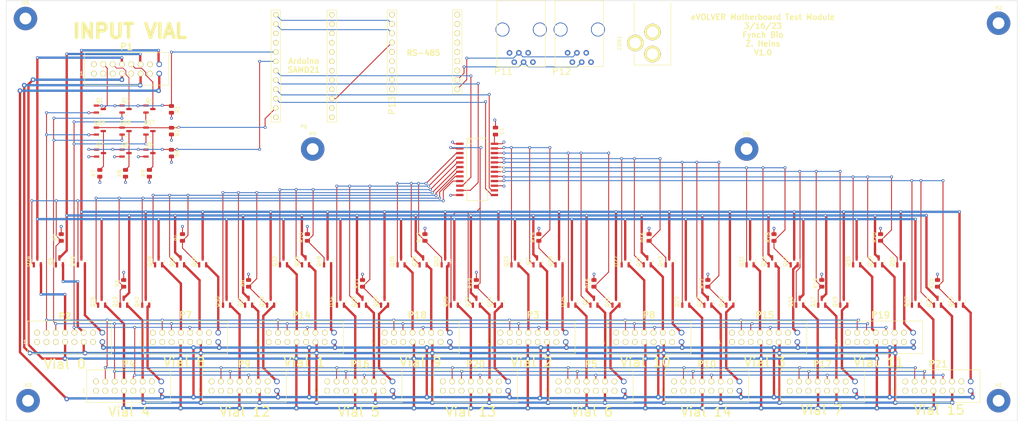
<source format=kicad_pcb>
(kicad_pcb (version 20211014) (generator pcbnew)
  (layers (0 "F.Cu" signal) (1 "In1.Cu" signal) (2 "In2.Cu" signal) (31 "B.Cu" signal) (34 "B.Paste" user) (35 "F.Paste" user) (36 "B.SilkS" user "B.Silkscreen") (37 "F.SilkS" user "F.Silkscreen") (38 "B.Mask" user) (39 "F.Mask" user) (44 "Edge.Cuts" user))
  (net 0 "")
  (net 1 "+5V")
  (net 2 "GND")
  (net 5 "+3V3")
  (net 6 "/PD135-")
  (net 7 "/PD90+")
  (net 8 "/LED+")
  (net 9 "/LED-")
  (net 10 "/PD90-")
  (net 11 "/TS-")
  (net 12 "/HTR+")
  (net 13 "/HTR-")
  (net 16 "/FAN+")
  (net 17 "/FAN-")
  (net 20 "/SEL_PD135-")
  (net 21 "/SEL_PD90-")
  (net 22 "/LED-0")
  (net 27 "/SEL_TS-")
  (net 28 "/HTR-0")
  (net 29 "/FAN-0")
  (net 30 "/LED-8")
  (net 31 "/HTR-8")
  (net 32 "/FAN-8")
  (net 33 "/LED-1")
  (net 34 "/HTR-1")
  (net 37 "/FAN-1")
  (net 38 "/LED-9")
  (net 41 "/HTR-9")
  (net 42 "/FAN-9")
  (net 43 "/VIAL_SEL")
  (net 44 "/S0")
  (net 45 "/S1")
  (net 46 "/S2")
  (net 47 "/S3")
  (net 48 "/LED-2")
  (net 51 "/HTR-2")
  (net 52 "/FAN-2")
  (net 55 "/LED-10")
  (net 56 "/HTR-10")
  (net 57 "/FAN-10")
  (net 58 "/LED-3")
  (net 59 "/HTR-3")
  (net 60 "/FAN-3")
  (net 61 "/LED-11")
  (net 64 "/HTR-11")
  (net 65 "/FAN-11")
  (net 66 "/TX")
  (net 67 "/RX")
  (net 68 "/RST")
  (net 70 "/LED-4")
  (net 72 "/SAM_SEL")
  (net 74 "/HTR-4")
  (net 76 "/FAN-4")
  (net 80 "/LED-12")
  (net 81 "/HTR-12")
  (net 82 "/FAN-12")
  (net 83 "/LED-5")
  (net 84 "/HTR-5")
  (net 85 "/FAN-5")
  (net 86 "/LED-13")
  (net 87 "/HTR-13")
  (net 90 "/FAN-13")
  (net 91 "/LED-6")
  (net 94 "/HTR-6")
  (net 95 "/FAN-6")
  (net 96 "/LED-14")
  (net 97 "/HTR-14")
  (net 98 "/FAN-14")
  (net 99 "/LED-7")
  (net 100 "/HTR-7")
  (net 101 "/FAN-7")
  (net 104 "/LED-15")
  (net 105 "/HTR-15")
  (net 108 "/FAN-15")
  (net 109 "/Y8")
  (net 110 "/Y0")
  (net 111 "/Y9")
  (net 112 "/Y1")
  (net 113 "/Y10")
  (net 114 "/Y2")
  (net 115 "/Y11")
  (net 118 "/Y3")
  (net 119 "/Y12")
  (net 122 "/Y4")
  (net 123 "/Y13")
  (net 124 "/Y5")
  (net 125 "/Y14")
  (net 126 "/Y6")
  (net 127 "/Y15")
  (net 128 "/Y7")
  (net 131 "/B")
  (net 134 "/A")
  (net 140 "/UC_D12")
  (net 183 "/VIAL_SEL_0")
  (net 185 "/D-PD135-")
  (net 186 "/D-PD90-")
  (net 187 "/D-TS-")
  (footprint "Resistor_SMD:R_0805_2012Metric" (layer "F.Cu") (at 74 109 90)
    (fp_text reference "R6")
    (fp_text value "10k")
  )
  (footprint "Package_TO_SOT_SMD:SOT-23" (layer "F.Cu") (at 216.5 103 90)
    (fp_text reference "Q15")
    (fp_text value "AO3400A")
  )
  (footprint "Package_TO_SOT_SMD:SOT-23" (layer "F.Cu") (at 261.5 114 90)
    (fp_text reference "Q21")
    (fp_text value "AO3400A")
  )
  (footprint "Package_TO_SOT_SMD:SOT-23" (layer "F.Cu") (at 121.5 103 90)
    (fp_text reference "Q20")
    (fp_text value "AO3400A")
  )
  (footprint "Package_TO_SOT_SMD:SOT-23" (layer "F.Cu") (at 182.5 103 90)
    (fp_text reference "Q11")
    (fp_text value "AO3400A")
  )
  (footprint "Package_TO_SOT_SMD:SOT-23" (layer "F.Cu") (at 251.5 103 90)
    (fp_text reference "Q51")
    (fp_text value "AO3400A")
  )
  (footprint "Package_TO_SOT_SMD:SOT-23" (layer "F.Cu") (at 22.5 103 90)
    (fp_text reference "Q8")
    (fp_text value "AO3400A")
  )
  (footprint "Package_TO_SOT_SMD:SOT-23" (layer "F.Cu") (at 47 73.5)
    (fp_text reference "Q6")
    (fp_text value "AO3400A")
  )
  (footprint "Package_TO_SOT_SMD:SOT-23" (layer "F.Cu") (at 222.5 103 90)
    (fp_text reference "Q47")
    (fp_text value "AO3400A")
  )
  (footprint "Resistor_SMD:R_0805_2012Metric" (layer "F.Cu") (at 122 96.5 90)
    (fp_text reference "R12")
    (fp_text value "10k")
  )
  (footprint "mods_mb:RS485" (layer "F.Cu") (at 121.92 45.92)
    (fp_text reference "P13")
    (fp_text value "CONN_02X09" hide)
  )
  (footprint "Package_TO_SOT_SMD:SOT-23" (layer "F.Cu") (at 146.5 103 90)
    (fp_text reference "Q23")
    (fp_text value "AO3400A")
  )
  (footprint "Resistor_SMD:R_0805_2012Metric" (layer "F.Cu") (at 136 109 90)
    (fp_text reference "R13")
    (fp_text value "10k")
  )
  (footprint "Resistor_SMD:R_0805_2012Metric" (layer "F.Cu") (at 153 96.5 90)
    (fp_text reference "R14")
    (fp_text value "10k")
  )
  (footprint "mods:2x8_pin_10in" (layer "F.Cu") (at 214.474308 123.6994)
    (fp_text reference "P15")
    (fp_text value "CONN_02X08" hide)
  )
  (footprint "MountingHole:MountingHole_3.2mm_M3_Pad" (layer "F.Cu") (at 13.97 140.97)
    (fp_text reference "H3")
    (fp_text value "MountingHole_Pad")
  )
  (footprint "Package_TO_SOT_SMD:SOT-23" (layer "F.Cu") (at 47 61.5)
    (fp_text reference "Q4")
    (fp_text value "AO3400A")
  )
  (footprint "Package_TO_SOT_SMD:SOT-23" (layer "F.Cu") (at 89.5 103 90)
    (fp_text reference "Q16")
    (fp_text value "AO3400A")
  )
  (footprint "Package_TO_SOT_SMD:SOT-23" (layer "F.Cu") (at 28.5 103 90)
    (fp_text reference "Q40")
    (fp_text value "AO3400A")
  )
  (footprint "Package_TO_SOT_SMD:SOT-23" (layer "F.Cu") (at 33.5625 73.5)
    (fp_text reference "Q2")
    (fp_text value "AO3400A")
  )
  (footprint "Package_TO_SOT_SMD:SOT-23" (layer "F.Cu") (at 55.5 103 90)
    (fp_text reference "Q12")
    (fp_text value "AO3400A")
  )
  (footprint "Resistor_SMD:R_0805_2012Metric" (layer "F.Cu") (at 230 109 90)
    (fp_text reference "R19")
    (fp_text value "10k")
  )
  (footprint "Resistor_SMD:R_0805_2012Metric" (layer "F.Cu") (at 168 109 90)
    (fp_text reference "R15")
    (fp_text value "10k")
  )
  (footprint "Package_TO_SOT_SMD:SOT-23" (layer "F.Cu") (at 142 114 90)
    (fp_text reference "Q54")
    (fp_text value "AO3400A")
  )
  (footprint "Package_TO_SOT_SMD:SOT-23" (layer "F.Cu") (at 236 114 90)
    (fp_text reference "Q49")
    (fp_text value "AO3400A")
  )
  (footprint "Resistor_SMD:R_0805_2012Metric" (layer "F.Cu") (at 246 96.5 90)
    (fp_text reference "R20")
    (fp_text value "10k")
  )
  (footprint "mods:2x8_pin_10in" (layer "F.Cu") (at 72.8218 137)
    (fp_text reference "P9")
    (fp_text value "CONN_02X08" hide)
  )
  (footprint "Resistor_SMD:R_0805_2012Metric" (layer "F.Cu") (at 199 109 90)
    (fp_text reference "R17")
    (fp_text value "10k")
  )
  (footprint "Package_TO_SOT_SMD:SOT-23" (layer "F.Cu") (at 230 114 90)
    (fp_text reference "Q17")
    (fp_text value "AO3400A")
  )
  (footprint "mods:2x8_pin_10in" (layer "F.Cu") (at 246 123.6994)
    (fp_text reference "P19")
    (fp_text value "CONN_02X08" hide)
  )
  (footprint "mods:2x8_pin_10in" (layer "F.Cu") (at 119.897238 123.6994)
    (fp_text reference "P18")
    (fp_text value "CONN_02X08" hide)
  )
  (footprint "Package_TO_SOT_SMD:SOT-23" (layer "F.Cu") (at 33.5 67.5)
    (fp_text reference "Q55")
    (fp_text value "AO3400A")
  )
  (footprint "Package_TO_SOT_SMD:SOT-23" (layer "F.Cu") (at 210.5 103 90)
    (fp_text reference "Q31")
    (fp_text value "AO3400A")
  )
  (footprint "Resistor_SMD:R_0805_2012Metric" (layer "F.Cu") (at 53 67.5 -90)
    (fp_text reference "R22")
    (fp_text value "10k")
  )
  (footprint "Package_TO_SOT_SMD:SOT-23" (layer "F.Cu") (at 205 114 90)
    (fp_text reference "Q45")
    (fp_text value "AO3400A")
  )
  (footprint "Resistor_SMD:R_0805_2012Metric" (layer "F.Cu") (at 53 61.5875 -90)
    (fp_text reference "R1")
    (fp_text value "10k")
  )
  (footprint "Package_TO_SOT_SMD:SOT-23" (layer "F.Cu") (at 176.5 103 90)
    (fp_text reference "Q27")
    (fp_text value "AO3400A")
  )
  (footprint "Package_TO_SOT_SMD:SOT-23" (layer "F.Cu") (at 47 67.5)
    (fp_text reference "Q57")
    (fp_text value "AO3400A")
  )
  (footprint "mods:2.1mm_DC_Jack" (layer "F.Cu") (at 183.9375 43.5 -90)
    (fp_text reference "CON1")
    (fp_text value "BARREL_JACK")
  )
  (footprint "Package_TO_SOT_SMD:SOT-23" (layer "F.Cu") (at 99 114 90)
    (fp_text reference "Q34")
    (fp_text value "AO3400A")
  )
  (footprint "Resistor_SMD:R_0805_2012Metric" (layer "F.Cu") (at 40 109 90)
    (fp_text reference "R3")
    (fp_text value "10k")
  )
  (footprint "Package_TO_SOT_SMD:SOT-23" (layer "F.Cu") (at 158.5 103 90)
    (fp_text reference "Q39")
    (fp_text value "AO3400A")
  )
  (footprint "Package_TO_SOT_SMD:SOT-23" (layer "F.Cu") (at 224 114 90)
    (fp_text reference "Q33")
    (fp_text value "AO3400A")
  )
  (footprint "Package_TO_SOT_SMD:SOT-23" (layer "F.Cu") (at 245.5 103 90)
    (fp_text reference "Q19")
    (fp_text value "AO3400A")
  )
  (footprint "Package_TO_SOT_SMD:SOT-23" (layer "F.Cu") (at 115.5 103 90)
    (fp_text reference "Q36")
    (fp_text value "AO3400A")
  )
  (footprint "mods:2x8_pin_10in" (layer "F.Cu") (at 104.2924 137)
    (fp_text reference "P16")
    (fp_text value "CONN_02X08" hide)
  )
  (footprint "Capacitor_SMD:C_0805_2012Metric" (layer "F.Cu") (at 141.2 67.5 -90)
    (fp_text reference "C1")
    (fp_text value ".1u")
  )
  (footprint "mods:2x8_pin_10in" (layer "F.Cu") (at 261.6454 137)
    (fp_text reference "P21")
    (fp_text value "CONN_02X08" hide)
  )
  (footprint "Package_TO_SOT_SMD:SOT-23" (layer "F.Cu") (at 136 114 90)
    (fp_text reference "Q22")
    (fp_text value "AO3400A")
  )
  (footprint "MountingHole:MountingHole_3.2mm_M3_Pad" (layer "F.Cu") (at 13.27 36.83)
    (fp_text reference "H5")
    (fp_text value "MountingHole_Pad")
  )
  (footprint "Package_TO_SOT_SMD:SOT-23" (layer "F.Cu") (at 188.5 103 90)
    (fp_text reference "Q43")
    (fp_text value "AO3400A")
  )
  (footprint "Package_TO_SOT_SMD:SOT-23" (layer "F.Cu") (at 33.5 61.5)
    (fp_text reference "Q1")
    (fp_text value "AO3400A")
  )
  (footprint "Resistor_SMD:R_0805_2012Metric" (layer "F.Cu") (at 105 109 90)
    (fp_text reference "R11")
    (fp_text value "10k")
  )
  (footprint "Package_TO_SOT_SMD:SOT-23" (layer "F.Cu") (at 199 114 90)
    (fp_text reference "Q13")
    (fp_text value "AO3400A")
  )
  (footprint "Package_TO_SOT_SMD:SOT-23" (layer "F.Cu") (at 61.5 103 90)
    (fp_text reference "Q44")
    (fp_text value "AO3400A")
  )
  (footprint "Package_TO_SOT_SMD:SOT-23" (layer "F.Cu") (at 255.5 114 90)
    (fp_text reference "Q37")
    (fp_text value "AO3400A")
  )
  (footprint "Resistor_SMD:R_0805_2012Metric" (layer "F.Cu") (at 47 79 90)
    (fp_text reference "R9")
    (fp_text value "10K")
  )
  (footprint "mods:RJ14" (layer "F.Cu") (at 164 39.8292 180)
    (fp_text reference "P12")
    (fp_text value "Motherboard-rescue_Motherboard_RJ14")
  )
  (footprint "mods:24_pin_10in" (layer "F.Cu") (at 89.027 49.7732)
    (fp_text reference "P6")
    (fp_text value "CONN_02X12" hide)
  )
  (footprint "Package_TO_SOT_SMD:SOT-23" (layer "F.Cu") (at 80 114 90)
    (fp_text reference "Q46")
    (fp_text value "AO3400A")
  )
  (footprint "mods:2x8_pin_10in" (layer "F.Cu") (at 56.845858 123.6994)
    (fp_text reference "P7")
    (fp_text value "CONN_02X08" hide)
  )
  (footprint "Resistor_SMD:R_0805_2012Metric" (layer "F.Cu") (at 56 96.5 90)
    (fp_text reference "R4")
    (fp_text value "10k")
  )
  (footprint "Resistor_SMD:R_0805_2012Metric" (layer "F.Cu") (at 183 96.5 90)
    (fp_text reference "R16")
    (fp_text value "10k")
  )
  (footprint "Package_TO_SOT_SMD:SOT-23" (layer "F.Cu") (at 83.5 103 90)
    (fp_text reference "Q32")
    (fp_text value "AO3400A")
  )
  (footprint "Package_TO_SOT_SMD:SOT-23" (layer "F.Cu") (at 152.5 103 90)
    (fp_text reference "Q7")
    (fp_text value "AO3400A")
  )
  (footprint "Package_TO_SOT_SMD:SOT-23" (layer "F.Cu") (at 49.5 103 90)
    (fp_text reference "Q28")
    (fp_text value "AO3400A")
  )
  (footprint "Package_TO_SOT_SMD:SOT-23" (layer "F.Cu") (at 40.5 67.5)
    (fp_text reference "Q56")
    (fp_text value "AO3400A")
  )
  (footprint "MountingHole:MountingHole_3.2mm_M3_Pad" (layer "F.Cu") (at 278.13 140.97)
    (fp_text reference "H1")
    (fp_text value "MountingHole_Pad")
  )
  (footprint "Resistor_SMD:R_0805_2012Metric" (layer "F.Cu") (at 90 96.5 90)
    (fp_text reference "R10")
    (fp_text value "10k")
  )
  (footprint "Resistor_SMD:R_0805_2012Metric" (layer "F.Cu") (at 217 96.5 90)
    (fp_text reference "R18")
    (fp_text value "10k")
  )
  (footprint "mods:2x8_pin_10in" (layer "F.Cu") (at 135.763 137)
    (fp_text reference "P20")
    (fp_text value "CONN_02X08" hide)
  )
  (footprint "mods:2x8_pin_10in" (layer "F.Cu") (at 198.7042 137)
    (fp_text reference "P10")
    (fp_text value "CONN_02X08" hide)
  )
  (footprint "Package_TO_SOT_SMD:SOT-23" (layer "F.Cu") (at 68 114 90)
    (fp_text reference "Q30")
    (fp_text value "AO3400A")
  )
  (footprint "Package_TO_SOT_SMD:SOT-23" (layer "F.Cu") (at 174 114 90)
    (fp_text reference "Q41")
    (fp_text value "AO3400A")
  )
  (footprint "Package_TO_SOT_SMD:SOT-23" (layer "F.Cu") (at 34 114 90)
    (fp_text reference "Q26")
    (fp_text value "AO3400A")
  )
  (footprint "Package_TO_SOT_SMD:SOT-23" (layer "F.Cu") (at 40.5 61.5)
    (fp_text reference "Q3")
    (fp_text value "AO3400A")
  )
  (footprint "mods:2x8_pin_10in" (layer "F.Cu") (at 88.371548 123.6994)
    (fp_text reference "P14")
    (fp_text value "CONN_02X08" hide)
  )
  (footprint "mods:2x8_pin_10in" (layer "F.Cu") (at 182.948618 123.6994)
    (fp_text reference "P8")
    (fp_text value "CONN_02X08" hide)
  )
  (footprint "MountingHole:MountingHole_3.2mm_M3_Pad" (layer "F.Cu") (at 278.13 38.1)
    (fp_text reference "H2")
    (fp_text value "MountingHole_Pad")
  )
  (footprint "Package_TO_SOT_SMD:SOT-23" (layer "F.Cu") (at 267.5 114 90)
    (fp_text reference "Q53")
    (fp_text value "AO3400A")
  )
  (footprint "Package_TO_SOT_SMD:SOT-23" (layer "F.Cu") (at 168 114 90)
    (fp_text reference "Q9")
    (fp_text value "AO3400A")
  )
  (footprint "Package_TO_SOT_SMD:SOT-23" (layer "F.Cu") (at 162 114 90)
    (fp_text reference "Q25")
    (fp_text value "AO3400A")
  )
  (footprint "Package_TO_SOT_SMD:SOT-23" (layer "F.Cu") (at 239.5 103 90)
    (fp_text reference "Q35")
    (fp_text value "AO3400A")
  )
  (footprint "Resistor_SMD:R_0805_2012Metric" (layer "F.Cu") (at 33.5 79 90)
    (fp_text reference "R7")
    (fp_text value "10K")
  )
  (footprint "Resistor_SMD:R_0805_2012Metric" (layer "F.Cu") (at 53 73.5 -90)
    (fp_text reference "R5")
    (fp_text value "10k")
  )
  (footprint "Package_TO_SOT_SMD:SOT-23" (layer "F.Cu") (at 40.5 73.5)
    (fp_text reference "Q5")
    (fp_text value "AO3400A")
  )
  (footprint "Package_TO_SOT_SMD:SOT-23" (layer "F.Cu") (at 193 114 90)
    (fp_text reference "Q29")
    (fp_text value "AO3400A")
  )
  (footprint "Package_TO_SOT_SMD:SOT-23" (layer "F.Cu") (at 40 114 90)
    (fp_text reference "Q10")
    (fp_text value "AO3400A")
  )
  (footprint "Package_TO_SOT_SMD:SOT-23" (layer "F.Cu") (at 46 114 90)
    (fp_text reference "Q42")
    (fp_text value "AO3400A")
  )
  (footprint "Package_TO_SOT_SMD:SOT-23" (layer "F.Cu") (at 16.5 103 90)
    (fp_text reference "Q24")
    (fp_text value "AO3400A")
  )
  (footprint "Package_TO_SOT_SMD:SOT-23" (layer "F.Cu") (at 111 114 90)
    (fp_text reference "Q50")
    (fp_text value "AO3400A")
  )
  (footprint "mods:2x8_pin_10in" (layer "F.Cu") (at 40.794768 50.5606)
    (fp_text reference "P1")
    (fp_text value "CONN_02X08" hide)
  )
  (footprint "Resistor_SMD:R_0805_2012Metric" (layer "F.Cu") (at 40.5 79 90)
    (fp_text reference "R8")
    (fp_text value "10K")
  )
  (footprint "Resistor_SMD:R_0805_2012Metric" (layer "F.Cu") (at 23 96.5 90)
    (fp_text reference "R2")
    (fp_text value "10k")
  )
  (footprint "mods:2x8_pin_10in" (layer "F.Cu") (at 230.1748 137)
    (fp_text reference "P17")
    (fp_text value "CONN_02X08" hide)
  )
  (footprint "mods:cd74hc4067" (layer "F.Cu") (at 136.2 77.945 -90)
    (fp_text reference "U1")
    (fp_text value "74HC4067")
  )
  (footprint "Package_TO_SOT_SMD:SOT-23" (layer "F.Cu") (at 95.5 103 90)
    (fp_text reference "Q48")
    (fp_text value "AO3400A")
  )
  (footprint "Resistor_SMD:R_0805_2012Metric" (layer "F.Cu") (at 261.5 109 90)
    (fp_text reference "R21")
    (fp_text value "10k")
  )
  (footprint "mods:RJ14" (layer "F.Cu") (at 148.1865 39.8292 180)
    (fp_text reference "P11")
    (fp_text value "Motherboard-rescue_Motherboard_RJ14")
  )
  (footprint "MountingHole:MountingHole_3.2mm_M3_Pad" (layer "F.Cu") (at 91.44 72.39)
    (fp_text reference "H4")
    (fp_text value "MountingHole_Pad")
  )
  (footprint "mods:2x8_pin_10in" (layer "F.Cu") (at 41.3512 137)
    (fp_text reference "P4")
    (fp_text value "CONN_02X08" hide)
  )
  (footprint "Package_TO_SOT_SMD:SOT-23" (layer "F.Cu") (at 74 114 90)
    (fp_text reference "Q14")
    (fp_text value "AO3400A")
  )
  (footprint "mods:2x8_pin_10in" (layer "F.Cu") (at 151.422928 123.6994)
    (fp_text reference "P3")
    (fp_text value "CONN_02X08" hide)
  )
  (footprint "Package_TO_SOT_SMD:SOT-23" (layer "F.Cu") (at 127.5 103 90)
    (fp_text reference "Q52")
    (fp_text value "AO3400A")
  )
  (footprint "Package_TO_SOT_SMD:SOT-23" (layer "F.Cu") (at 130 114 90)
    (fp_text reference "Q38")
    (fp_text value "AO3400A")
  )
  (footprint "MountingHole:MountingHole_3.2mm_M3_Pad" (layer "F.Cu") (at 209.55 72.39)
    (fp_text reference "H6")
    (fp_text value "MountingHole_Pad")
  )
  (footprint "Package_TO_SOT_SMD:SOT-23" (layer "F.Cu") (at 105 114 90)
    (fp_text reference "Q18")
    (fp_text value "AO3400A")
  )
  (footprint "mods:2x8_pin_10in" (layer "F.Cu") (at 25.320168 123.6994)
    (fp_text reference "P2")
    (fp_text value "CONN_02X08" hide)
  )
  (footprint "mods:2x8_pin_10in" (layer "F.Cu") (at 167.2336 137)
    (fp_text reference "P5")
    (fp_text value "CONN_02X08" hide)
  )
  (gr_line (start 8 146.5) (end 283.21 146.5) (layer "Edge.Cuts") (width 0.1))
  (gr_line (start 283.21 146.5) (end 283.21 32) (layer "Edge.Cuts") (width 0.1))
  (gr_line (start 283.21 32) (end 8 32) (layer "Edge.Cuts") (width 0.1))
  (gr_line (start 8 32) (end 8 146.5) (layer "Edge.Cuts") (width 0.1))
  (gr_text "Vial 12" (at 73 144) (layer "F.SilkS") (effects (font (size 2.54 2.54) (thickness 0.381))))
  (gr_text "Vial 14" (at 198.5 144) (layer "F.SilkS") (effects (font (size 2.54 2.54) (thickness 0.381))))
  (gr_text "eVOLVER Motherboard Test Module\n3/16/23\nFynch Bio\nZ. Heins\nV1.0\n" (at 213.995 41.275) (layer "F.SilkS") (effects (font (size 1.5 1.5) (thickness 0.3))))
  (gr_text "Vial 10" (at 182 130.5) (layer "F.SilkS") (effects (font (size 2.54 2.54) (thickness 0.381))))
  (gr_text "Vial 15" (at 262 143.5) (layer "F.SilkS") (effects (font (size 2.54 2.54) (thickness 0.381))))
  (gr_text "Arduino\nSAMD21" (at 89.01 49.6) (layer "F.SilkS") (effects (font (size 1.5 1.5) (thickness 0.3))))
  (gr_text "Vial 4" (at 41.5 144) (layer "F.SilkS") (effects (font (size 2.54 2.54) (thickness 0.381))))
  (gr_text "Vial 13" (at 134.5 144) (layer "F.SilkS") (effects (font (size 2.54 2.54) (thickness 0.381))))
  (gr_text "Vial 0" (at 24 131) (layer "F.SilkS") (effects (font (size 2.54 2.54) (thickness 0.381))))
  (gr_text "Vial 5" (at 104 144) (layer "F.SilkS") (effects (font (size 2.54 2.54) (thickness 0.381))))
  (gr_text "Vial 9" (at 120.774361 130.5) (layer "F.SilkS") (effects (font (size 2.54 2.54) (thickness 0.381))))
  (gr_text "Vial 8" (at 56.5 130.5) (layer "F.SilkS") (effects (font (size 2.54 2.54) (thickness 0.381))))
  (gr_text "Vial 6" (at 167.5 144) (layer "F.SilkS") (effects (font (size 2.54 2.54) (thickness 0.381))))
  (gr_text "INPUT VIAL" (at 41.69 40.26) (layer "F.SilkS") (effects (font (size 3.81 3.81) (thickness 0.9525))))
  (gr_text "Vial 3" (at 214.5 130.5) (layer "F.SilkS") (effects (font (size 2.54 2.54) (thickness 0.381))))
  (gr_text "RS-485" (at 121.59 46.18) (layer "F.SilkS") (effects (font (size 1.5 1.5) (thickness 0.3))))
  (gr_text "Vial 2" (at 151 130.5) (layer "F.SilkS") (effects (font (size 2.54 2.54) (thickness 0.381))))
  (gr_text "Vial 1" (at 89.181172 130.5) (layer "F.SilkS") (effects (font (size 2.54 2.54) (thickness 0.381))))
  (gr_text "Vial 7" (at 230 143.5) (layer "F.SilkS") (effects (font (size 2.54 2.54) (thickness 0.381))))
  (gr_text "Vial 11" (at 245.5 130.5) (layer "F.SilkS") (effects (font (size 2.54 2.54) (thickness 0.381))))
  (segment (start 153 95.5875) (end 153 94) (width 0.25) (layer "F.Cu") (net 2))
  (segment (start 46.0625 74.45) (end 44.05 74.45) (width 0.25) (layer "F.Cu") (net 2))
  (segment (start 105 108.0875) (end 105 106.5) (width 0.25) (layer "F.Cu") (net 2))
  (segment (start 199 108.0875) (end 199 106.5) (width 0.25) (layer "F.Cu") (net 2))
  (segment (start 230 108.0875) (end 230 106.5) (width 0.25) (layer "F.Cu") (net 2))
  (segment (start 261.5 108.0875) (end 261.5 106.5) (width 0.25) (layer "F.Cu") (net 2))
  (segment (start 23 95.5875) (end 23 93.5) (width 0.25) (layer "F.Cu") (net 2))
  (segment (start 32.625 74.45) (end 30.55 74.45) (width 0.25) (layer "F.Cu") (net 2))
  (segment (start 37.55 74.45) (end 37.5 74.5) (width 0.25) (layer "F.Cu") (net 2))
  (segment (start 39.5625 74.45) (end 37.55 74.45) (width 0.25) (layer "F.Cu") (net 2))
  (segment (start 141.2 66.55) (end 141.2 64.7) (width 0.25) (layer "F.Cu") (net 2))
  (segment (start 122 95.5875) (end 122 94) (width 0.25) (layer "F.Cu") (net 2))
  (segment (start 183 95.5875) (end 183 94) (width 0.25) (layer "F.Cu") (net 2))
  (segment (start 143.39 82.39) (end 143.5 82.5) (width 0.25) (layer "F.Cu") (net 2))
  (segment (start 131.5 84.93) (end 129.07 84.93) (width 0.25) (layer "F.Cu") (net 2))
  (segment (start 168 108.0875) (end 168 106.5) (width 0.25) (layer "F.Cu") (net 2))
  (segment (start 217 95.5875) (end 217 94) (width 0.25) (layer "F.Cu") (net 2))
  (segment (start 30.55 74.45) (end 30.5 74.5) (width 0.25) (layer "F.Cu") (net 2))
  (segment (start 53 68.4125) (end 53 70) (width 0.25) (layer "F.Cu") (net 2))
  (segment (start 140.9 82.39) (end 143.39 82.39) (width 0.25) (layer "F.Cu") (net 2))
  (segment (start 40 108.0875) (end 40 106) (width 0.25) (layer "F.Cu") (net 2))
  (segment (start 141.2 64.7) (end 141 64.5) (width 0.25) (layer "F.Cu") (net 2))
  (segment (start 44.05 74.45) (end 44 74.5) (width 0.25) (layer "F.Cu") (net 2))
  (segment (start 136 108.0875) (end 136 106) (width 0.25) (layer "F.Cu") (net 2))
  (segment (start 74 108.0875) (end 74 106.5) (width 0.25) (layer "F.Cu") (net 2))
  (segment (start 53 74.4125) (end 53 76) (width 0.25) (layer "F.Cu") (net 2))
  (segment (start 90 95.5875) (end 90 93.5) (width 0.25) (layer "F.Cu") (net 2))
  (segment (start 246 95.5875) (end 246 94) (width 0.25) (layer "F.Cu") (net 2))
  (segment (start 53 62.5) (end 53 64) (width 0.25) (layer "F.Cu") (net 2))
  (segment (start 56 95.5875) (end 56 93.5) (width 0.25) (layer "F.Cu") (net 2))
  (segment (start 129.07 84.93) (end 129 85) (width 0.25) (layer "F.Cu") (net 2))
  (via (at 261.5 106.5) (size 0.8) (drill 0.4) (layers "F.Cu" "B.Cu") (net 2))
  (via (at 153 94) (size 0.8) (drill 0.4) (layers "F.Cu" "B.Cu") (net 2))
  (via (at 53 70) (size 0.8) (drill 0.4) (layers "F.Cu" "B.Cu") (net 2))
  (via (at 23 93.5) (size 0.8) (drill 0.4) (layers "F.Cu" "B.Cu") (net 2))
  (via (at 168 106.5) (size 0.8) (drill 0.4) (layers "F.Cu" "B.Cu") (net 2))
  (via (at 199 106.5) (size 0.8) (drill 0.4) (layers "F.Cu" "B.Cu") (net 2))
  (via (at 44 74.5) (size 0.8) (drill 0.4) (layers "F.Cu" "B.Cu") (net 2))
  (via (at 141 64.5) (size 0.8) (drill 0.4) (layers "F.Cu" "B.Cu") (net 2))
  (via (at 230 106.5) (size 0.8) (drill 0.4) (layers "F.Cu" "B.Cu") (net 2))
  (via (at 53 64) (size 0.8) (drill 0.4) (layers "F.Cu" "B.Cu") (net 2))
  (via (at 129 85) (size 0.8) (drill 0.4) (layers "F.Cu" "B.Cu") (net 2))
  (via (at 40 106) (size 0.8) (drill 0.4) (layers "F.Cu" "B.Cu") (net 2))
  (via (at 37.5 74.5) (size 0.8) (drill 0.4) (layers "F.Cu" "B.Cu") (net 2))
  (via (at 105 106.5) (size 0.8) (drill 0.4) (layers "F.Cu" "B.Cu") (net 2))
  (via (at 136 106) (size 0.8) (drill 0.4) (layers "F.Cu" "B.Cu") (net 2))
  (via (at 217 94) (size 0.8) (drill 0.4) (layers "F.Cu" "B.Cu") (net 2))
  (via (at 74 106.5) (size 0.8) (drill 0.4) (layers "F.Cu" "B.Cu") (net 2))
  (via (at 143.5 82.5) (size 0.8) (drill 0.4) (layers "F.Cu" "B.Cu") (net 2))
  (via (at 53 76) (size 0.8) (drill 0.4) (layers "F.Cu" "B.Cu") (net 2))
  (via (at 122 94) (size 0.8) (drill 0.4) (layers "F.Cu" "B.Cu") (net 2))
  (via (at 183 94) (size 0.8) (drill 0.4) (layers "F.Cu" "B.Cu") (net 2))
  (via (at 90 93.5) (size 0.8) (drill 0.4) (layers "F.Cu" "B.Cu") (net 2))
  (via (at 30.5 74.5) (size 0.8) (drill 0.4) (layers "F.Cu" "B.Cu") (net 2))
  (via (at 246 94) (size 0.8) (drill 0.4) (layers "F.Cu" "B.Cu") (net 2))
  (via (at 56 93.5) (size 0.8) (drill 0.4) (layers "F.Cu" "B.Cu") (net 2))
  (segment (start 40.5 79.9125) (end 40.5 81.5) (width 0.25) (layer "F.Cu") (net 5))
  (segment (start 47 79.9125) (end 47 81.5) (width 0.25) (layer "F.Cu") (net 5))
  (segment (start 131.5 70.96) (end 129.96 70.96) (width 0.25) (layer "F.Cu") (net 5))
  (segment (start 129.96 70.96) (end 129.5 70.5) (width 0.25) (layer "F.Cu") (net 5))
  (segment (start 143.04 70.96) (end 143.5 70.5) (width 0.25) (layer "F.Cu") (net 5))
  (segment (start 140.9 70.96) (end 140.9 68.75) (width 0.25) (layer "F.Cu") (net 5))
  (segment (start 33.5 79.9125) (end 33.5 81.5) (width 0.25) (layer "F.Cu") (net 5))
  (segment (start 140.9 68.75) (end 141.2 68.45) (width 0.25) (layer "F.Cu") (net 5))
  (segment (start 140.9 70.96) (end 143.04 70.96) (width 0.25) (layer "F.Cu") (net 5))
  (via (at 40.5 81.5) (size 0.8) (drill 0.4) (layers "F.Cu" "B.Cu") (net 5))
  (via (at 129.5 70.5) (size 0.8) (drill 0.4) (layers "F.Cu" "B.Cu") (net 5))
  (via (at 33.5 81.5) (size 0.8) (drill 0.4) (layers "F.Cu" "B.Cu") (net 5))
  (via (at 47 81.5) (size 0.8) (drill 0.4) (layers "F.Cu" "B.Cu") (net 5))
  (via (at 143.5 70.5) (size 0.8) (drill 0.4) (layers "F.Cu" "B.Cu") (net 5))
  (segment (start 35.531768 50.3776) (end 34.444768 49.2906) (width 0.25) (layer "F.Cu") (net 6))
  (segment (start 35.531768 60.405732) (end 35.531768 50.3776) (width 0.25) (layer "F.Cu") (net 6))
  (segment (start 34.4375 61.5) (end 35.531768 60.405732) (width 0.25) (layer "F.Cu") (net 6))
  (segment (start 103 138.2924) (end 103.0224 138.27) (width 0.635) (layer "F.Cu") (net 8))
  (segment (start 71.5 143) (end 71.5 138.3218) (width 0.635) (layer "F.Cu") (net 8))
  (segment (start 87 129.5) (end 87 143) (width 0.635) (layer "F.Cu") (net 8))
  (segment (start 182 125.290782) (end 181.678618 124.9694) (width 0.635) (layer "F.Cu") (net 8))
  (segment (start 245 129.5) (end 245 125.2394) (width 0.635) (layer "F.Cu") (net 8))
  (segment (start 134.5 138.277) (end 134.493 138.27) (width 0.635) (layer "F.Cu") (net 8))
  (segment (start 14.0825 125.720276) (end 17.862224 129.5) (width 0.635) (layer "F.Cu") (net 8))
  (segment (start 119 129.5) (end 119 143) (width 0.635) (layer "F.Cu") (net 8))
  (segment (start 119 125.342162) (end 118.627238 124.9694) (width 0.635) (layer "F.Cu") (net 8))
  (segment (start 150 129.5) (end 150 125.122328) (width 0.635) (layer "F.Cu") (net 8))
  (segment (start 182 129.5) (end 182 125.290782) (width 0.635) (layer "F.Cu") (net 8))
  (segment (start 213.5 129.5) (end 213.5 125.265092) (width 0.635) (layer "F.Cu") (net 8))
  (segment (start 71.5 138.3218) (end 71.5518 138.27) (width 0.635) (layer "F.Cu") (net 8))
  (segment (start 24.050168 124.9694) (end 24.050168 129.449832) (width 0.635) (layer "F.Cu") (net 8))
  (segment (start 166 138.3064) (end 165.9636 138.27) (width 0.635) (layer "F.Cu") (net 8))
  (segment (start 24.050168 129.449832) (end 24 129.5) (width 0.635) (layer "F.Cu") (net 8))
  (segment (start 87 129.5) (end 87 125.070948) (width 0.635) (layer "F.Cu") (net 8))
  (segment (start 182 129.5) (end 182 143) (width 0.635) (layer "F.Cu") (net 8))
  (segment (start 119 129.5) (end 119 125.342162) (width 0.635) (layer "F.Cu") (net 8))
  (segment (start 103 143) (end 103 138.2924) (width 0.635) (layer "F.Cu") (net 8))
  (segment (start 229 143) (end 229 138.3652) (width 0.635) (layer "F.Cu") (net 8))
  (segment (start 39.524768 53.475232) (end 39.5 53.5) (width 0.635) (layer "F.Cu") (net 8))
  (segment (start 166 143) (end 166 138.3064) (width 0.635) (layer "F.Cu") (net 8))
  (segment (start 229 138.3652) (end 228.9048 138.27) (width 0.635) (layer "F.Cu") (net 8))
  (segment (start 134.5 143) (end 134.5 138.277) (width 0.635) (layer "F.Cu") (net 8))
  (segment (start 150 125.122328) (end 150.152928 124.9694) (width 0.635) (layer "F.Cu") (net 8))
  (segment (start 39.524768 51.8306) (end 39.524768 53.475232) (width 0.635) (layer "F.Cu") (net 8))
  (segment (start 55.5 129.5) (end 55.5 125.045258) (width 0.635) (layer "F.Cu") (net 8))
  (segment (start 245 129.5) (end 245 143) (width 0.635) (layer "F.Cu") (net 8))
  (segment (start 150 129.5) (end 150 143) (width 0.635) (layer "F.Cu") (net 8))
  (segment (start 14.0825 54.7655) (end 14.0825 125.720276) (width 0.635) (layer "F.Cu") (net 8))
  (segment (start 197.5 143) (end 197.5 138.3358) (width 0.635) (layer "F.Cu") (net 8))
  (segment (start 260.5 143) (end 260.5 138.3946) (width 0.635) (layer "F.Cu") (net 8))
  (segment (start 260.5 138.3946) (end 260.3754 138.27) (width 0.635) (layer "F.Cu") (net 8))
  (segment (start 40.0812 142.9188) (end 40 143) (width 0.635) (layer "F.Cu") (net 8))
  (segment (start 213.5 125.265092) (end 213.204308 124.9694) (width 0.635) (layer "F.Cu") (net 8))
  (segment (start 40.0812 138.27) (end 40.0812 142.9188) (width 0.635) (layer "F.Cu") (net 8))
  (segment (start 17.862224 129.5) (end 24 129.5) (width 0.635) (layer "F.Cu") (net 8))
  (segment (start 87 125.070948) (end 87.101548 124.9694) (width 0.635) (layer "F.Cu") (net 8))
  (segment (start 55.5 125.045258) (end 55.575858 124.9694) (width 0.635) (layer "F.Cu") (net 8))
  (segment (start 15.348 53.5) (end 14.0825 54.7655) (width 0.635) (layer "F.Cu") (net 8))
  (segment (start 213.5 129.5) (end 213.5 143) (width 0.635) (layer "F.Cu") (net 8))
  (segment (start 245 125.2394) (end 244.73 124.9694) (width 0.635) (layer "F.Cu") (net 8))
  (segment (start 55.5 129.5) (end 55.5 143) (width 0.635) (layer "F.Cu") (net 8))
  (segment (start 197.5 138.3358) (end 197.4342 138.27) (width 0.635) (layer "F.Cu") (net 8))
  (via (at 39.5 53.5) (size 1.27) (drill 0.635) (layers "F.Cu" "B.Cu") (net 8))
  (via (at 166 143) (size 1.27) (drill 0.635) (layers "F.Cu" "B.Cu") (net 8))
  (via (at 197.5 143) (size 1.27) (drill 0.635) (layers "F.Cu" "B.Cu") (net 8))
  (via (at 40 143) (size 1.27) (drill 0.635) (layers "F.Cu" "B.Cu") (net 8))
  (via (at 103 143) (size 1.27) (drill 0.635) (layers "F.Cu" "B.Cu") (net 8))
  (via (at 260.5 143) (size 1.27) (drill 0.635) (layers "F.Cu" "B.Cu") (net 8))
  (via (at 150 143) (size 1.27) (drill 0.635) (layers "F.Cu" "B.Cu") (net 8))
  (via (at 87 129.5) (size 1.27) (drill 0.635) (layers "F.Cu" "B.Cu") (net 8))
  (via (at 182 143) (size 1.27) (drill 0.635) (layers "F.Cu" "B.Cu") (net 8))
  (via (at 229 143) (size 1.27) (drill 0.635) (layers "F.Cu" "B.Cu") (net 8))
  (via (at 150 129.5) (size 1.27) (drill 0.635) (layers "F.Cu" "B.Cu") (net 8))
  (via (at 15.348 53.5) (size 1.27) (drill 0.635) (layers "F.Cu" "B.Cu") (net 8))
  (via (at 182 129.5) (size 1.27) (drill 0.635) (layers "F.Cu" "B.Cu") (net 8))
  (via (at 71.5 143) (size 1.27) (drill 0.635) (layers "F.Cu" "B.Cu") (net 8))
  (via (at 245 129.5) (size 1.27) (drill 0.635) (layers "F.Cu" "B.Cu") (net 8))
  (via (at 24 129.5) (size 1.27) (drill 0.635) (layers "F.Cu" "B.Cu") (net 8))
  (via (at 119 129.5) (size 1.27) (drill 0.635) (layers "F.Cu" "B.Cu") (net 8))
  (via (at 55.5 143) (size 1.27) (drill 0.635) (layers "F.Cu" "B.Cu") (net 8))
  (via (at 213.5 143) (size 1.27) (drill 0.635) (layers "F.Cu" "B.Cu") (net 8))
  (via (at 87 143) (size 1.27) (drill 0.635) (layers "F.Cu" "B.Cu") (net 8))
  (via (at 119 143) (size 1.27) (drill 0.635) (layers "F.Cu" "B.Cu") (net 8))
  (via (at 213.5 129.5) (size 1.27) (drill 0.635) (layers "F.Cu" "B.Cu") (net 8))
  (via (at 134.5 143) (size 1.27) (drill 0.635) (layers "F.Cu" "B.Cu") (net 8))
  (via (at 55.5 129.5) (size 1.27) (drill 0.635) (layers "F.Cu" "B.Cu") (net 8))
  (via (at 245 143) (size 1.27) (drill 0.635) (layers "F.Cu" "B.Cu") (net 8))
  (segment (start 87 129.5) (end 119 129.5) (width 0.635) (layer "B.Cu") (net 8))
  (segment (start 119 129.5) (end 150 129.5) (width 0.635) (layer "B.Cu") (net 8))
  (segment (start 213.5 143) (end 229 143) (width 0.635) (layer "B.Cu") (net 8))
  (segment (start 245 143) (end 260.5 143) (width 0.635) (layer "B.Cu") (net 8))
  (segment (start 40 143) (end 55.5 143) (width 0.635) (layer "B.Cu") (net 8))
  (segment (start 166 143) (end 182 143) (width 0.635) (layer "B.Cu") (net 8))
  (segment (start 182 143) (end 197.5 143) (width 0.635) (layer "B.Cu") (net 8))
  (segment (start 55.5 129.5) (end 87 129.5) (width 0.635) (layer "B.Cu") (net 8))
  (segment (start 134.5 143) (end 150 143) (width 0.635) (layer "B.Cu") (net 8))
  (segment (start 24 129.5) (end 55.5 129.5) (width 0.635) (layer "B.Cu") (net 8))
  (segment (start 150 143) (end 166 143) (width 0.635) (layer "B.Cu") (net 8))
  (segment (start 39.5 53.5) (end 15.348 53.5) (width 0.635) (layer "B.Cu") (net 8))
  (segment (start 229 143) (end 245 143) (width 0.635) (layer "B.Cu") (net 8))
  (segment (start 87 143) (end 103 143) (width 0.635) (layer "B.Cu") (net 8))
  (segment (start 103 143) (end 119 143) (width 0.635) (layer "B.Cu") (net 8))
  (segment (start 150 129.5) (end 182 129.5) (width 0.635) (layer "B.Cu") (net 8))
  (segment (start 119 143) (end 134.5 143) (width 0.635) (layer "B.Cu") (net 8))
  (segment (start 182 129.5) (end 213.5 129.5) (width 0.635) (layer "B.Cu") (net 8))
  (segment (start 213.5 129.5) (end 245 129.5) (width 0.635) (layer "B.Cu") (net 8))
  (segment (start 197.5 143) (end 213.5 143) (width 0.635) (layer "B.Cu") (net 8))
  (segment (start 55.5 143) (end 71.5 143) (width 0.635) (layer "B.Cu") (net 8))
  (segment (start 71.5 143) (end 87 143) (width 0.635) (layer "B.Cu") (net 8))
  (segment (start 255.5 113.0625) (end 255.5 91.5) (width 0.635) (layer "F.Cu") (net 9))
  (segment (start 39.5 49.265832) (end 39.524768 49.2906) (width 0.635) (layer "F.Cu") (net 9))
  (segment (start 83.5 102.0625) (end 83.5 91.5) (width 0.635) (layer "F.Cu") (net 9))
  (segment (start 224 113.0625) (end 225 112.0625) (width 0.635) (layer "F.Cu") (net 9))
  (segment (start 16.5 102.0625) (end 16.5 91.5) (width 0.635) (layer "F.Cu") (net 9))
  (segment (start 16.5 91.5) (end 16.5 47.5) (width 0.635) (layer "F.Cu") (net 9))
  (segment (start 162 113.0625) (end 162 91.5) (width 0.635) (layer "F.Cu") (net 9))
  (segment (start 146.5 102.0625) (end 146.5 91.5) (width 0.635) (layer "F.Cu") (net 9))
  (segment (start 49.5 102.0625) (end 49.5 91.5) (width 0.635) (layer "F.Cu") (net 9))
  (segment (start 193 113.0625) (end 193 91.5) (width 0.635) (layer "F.Cu") (net 9))
  (segment (start 130 113.0625) (end 130 91.5) (width 0.635) (layer "F.Cu") (net 9))
  (segment (start 39.5 47.5) (end 39.5 49.265832) (width 0.635) (layer "F.Cu") (net 9))
  (segment (start 225 112.0625) (end 225 91.5) (width 0.635) (layer "F.Cu") (net 9))
  (segment (start 239.5 102.0625) (end 239.5 91.5) (width 0.635) (layer "F.Cu") (net 9))
  (segment (start 176.5 102.0625) (end 176.5 91.5) (width 0.635) (layer "F.Cu") (net 9))
  (segment (start 68 113.0625) (end 68 91.5) (width 0.635) (layer "F.Cu") (net 9))
  (segment (start 115.5 102.0625) (end 115.5 91.5) (width 0.635) (layer "F.Cu") (net 9))
  (segment (start 210.5 102.0625) (end 210.5 91.5) (width 0.635) (layer "F.Cu") (net 9))
  (segment (start 99 113.0625) (end 99 91.5) (width 0.635) (layer "F.Cu") (net 9))
  (segment (start 34 113.0625) (end 34 91.5) (width 0.635) (layer "F.Cu") (net 9))
  (via (at 99 91.5) (size 0.8) (drill 0.4) (layers "F.Cu" "B.Cu") (net 9))
  (via (at 210.5 91.5) (size 0.8) (drill 0.4) (layers "F.Cu" "B.Cu") (net 9))
  (via (at 83.5 91.5) (size 0.8) (drill 0.4) (layers "F.Cu" "B.Cu") (net 9))
  (via (at 115.5 91.5) (size 0.8) (drill 0.4) (layers "F.Cu" "B.Cu") (net 9))
  (via (at 68 91.5) (size 0.8) (drill 0.4) (layers "F.Cu" "B.Cu") (net 9))
  (via (at 193 91.5) (size 0.8) (drill 0.4) (layers "F.Cu" "B.Cu") (net 9))
  (via (at 239.5 91.5) (size 0.8) (drill 0.4) (layers "F.Cu" "B.Cu") (net 9))
  (via (at 146.5 91.5) (size 0.8) (drill 0.4) (layers "F.Cu" "B.Cu") (net 9))
  (via (at 255.5 91.5) (size 0.8) (drill 0.4) (layers "F.Cu" "B.Cu") (net 9))
  (via (at 16.5 91.5) (size 0.8) (drill 0.4) (layers "F.Cu" "B.Cu") (net 9))
  (via (at 176.5 91.5) (size 0.8) (drill 0.4) (layers "F.Cu" "B.Cu") (net 9))
  (via (at 130 91.5) (size 0.8) (drill 0.4) (layers "F.Cu" "B.Cu") (net 9))
  (via (at 34 91.5) (size 0.8) (drill 0.4) (layers "F.Cu" "B.Cu") (net 9))
  (via (at 39.5 47.5) (size 0.8) (drill 0.4) (layers "F.Cu" "B.Cu") (net 9))
  (via (at 49.5 91.5) (size 0.8) (drill 0.4) (layers "F.Cu" "B.Cu") (net 9))
  (via (at 16.5 47.5) (size 0.8) (drill 0.4) (layers "F.Cu" "B.Cu") (net 9))
  (via (at 162 91.5) (size 0.8) (drill 0.4) (layers "F.Cu" "B.Cu") (net 9))
  (via (at 225 91.5) (size 0.8) (drill 0.4) (layers "F.Cu" "B.Cu") (net 9))
  (segment (start 16.5 47.5) (end 39.5 47.5) (width 0.635) (layer "B.Cu") (net 9))
  (segment (start 162 91.5) (end 146.5 91.5) (width 0.635) (layer "B.Cu") (net 9))
  (segment (start 49.5 91.5) (end 34 91.5) (width 0.635) (layer "B.Cu") (net 9))
  (segment (start 239.5 91.5) (end 225 91.5) (width 0.635) (layer "B.Cu") (net 9))
  (segment (start 255.5 91.5) (end 239.5 91.5) (width 0.635) (layer "B.Cu") (net 9))
  (segment (start 193 91.5) (end 176.5 91.5) (width 0.635) (layer "B.Cu") (net 9))
  (segment (start 210.5 91.5) (end 193 91.5) (width 0.635) (layer "B.Cu") (net 9))
  (segment (start 83.5 91.5) (end 68 91.5) (width 0.635) (layer "B.Cu") (net 9))
  (segment (start 34 91.5) (end 16.5 91.5) (width 0.635) (layer "B.Cu") (net 9))
  (segment (start 68 91.5) (end 49.5 91.5) (width 0.635) (layer "B.Cu") (net 9))
  (segment (start 99 91.5) (end 83.5 91.5) (width 0.635) (layer "B.Cu") (net 9))
  (segment (start 115.5 91.5) (end 99 91.5) (width 0.635) (layer "B.Cu") (net 9))
  (segment (start 225 91.5) (end 210.5 91.5) (width 0.635) (layer "B.Cu") (net 9))
  (segment (start 176.5 91.5) (end 162 91.5) (width 0.635) (layer "B.Cu") (net 9))
  (segment (start 146.5 91.5) (end 130 91.5) (width 0.635) (layer "B.Cu") (net 9))
  (segment (start 130 91.5) (end 115.5 91.5) (width 0.635) (layer "B.Cu") (net 9))
  (segment (start 39.8526 50.3526) (end 38.046768 50.3526) (width 0.2) (layer "F.Cu") (net 10))
  (segment (start 38.046768 50.3526) (end 36.984768 49.2906) (width 0.2) (layer "F.Cu") (net 10))
  (segment (start 40.586768 52.086768) (end 40.586768 51.086768) (width 0.2) (layer "F.Cu") (net 10))
  (segment (start 40.586768 51.086768) (end 39.8526 50.3526) (width 0.2) (layer "F.Cu") (net 10))
  (segment (start 41.4375 52.9375) (end 40.586768 52.086768) (width 0.2) (layer "F.Cu") (net 10))
  (segment (start 41.4375 61.5) (end 41.4375 52.9375) (width 0.2) (layer "F.Cu") (net 10))
  (segment (start 47.9375 61.5) (end 47.9375 54.160583) (width 0.25) (layer "F.Cu") (net 11))
  (segment (start 43.151768 50.3776) (end 42.064768 49.2906) (width 0.25) (layer "F.Cu") (net 11))
  (segment (start 44.8776 50.3776) (end 43.151768 50.3776) (width 0.25) (layer "F.Cu") (net 11))
  (segment (start 47.9375 54.160583) (end 46 52.223083) (width 0.25) (layer "F.Cu") (net 11))
  (segment (start 46 52.223083) (end 46 51.5) (width 0.25) (layer "F.Cu") (net 11))
  (segment (start 46 51.5) (end 44.8776 50.3776) (width 0.25) (layer "F.Cu") (net 11))
  (segment (start 265.5 141.5) (end 265.5 138.3146) (width 0.635) (layer "F.Cu") (net 12))
  (segment (start 234 141.5) (end 234 138.2852) (width 0.635) (layer "F.Cu") (net 12))
  (segment (start 124 128) (end 124 125.262162) (width 0.635) (layer "F.Cu") (net 12))
  (segment (start 250 128) (end 250 141.5) (width 0.635) (layer "F.Cu") (net 12))
  (segment (start 218.5 128) (end 218.5 125.185092) (width 0.635) (layer "F.Cu") (net 12))
  (segment (start 44.604768 54.895232) (end 44.5 55) (width 0.635) (layer "F.Cu") (net 12))
  (segment (start 61 128) (end 61 141.5) (width 0.635) (layer "F.Cu") (net 12))
  (segment (start 171 138.3136) (end 171.0436 138.27) (width 0.635) (layer "F.Cu") (net 12))
  (segment (start 108.5 141.5) (end 108.5 138.6676) (width 0.635) (layer "F.Cu") (net 12))
  (segment (start 124 128) (end 124 141.5) (width 0.635) (layer "F.Cu") (net 12))
  (segment (start 155.5 128) (end 155.5 141.5) (width 0.635) (layer "F.Cu") (net 12))
  (segment (start 202.5 141.5) (end 202.5 138.2842) (width 0.635) (layer "F.Cu") (net 12))
  (segment (start 44.604768 51.8306) (end 44.604768 54.895232) (width 0.635) (layer "F.Cu") (net 12))
  (segment (start 265.5 138.3146) (end 265.4554 138.27) (width 0.635) (layer "F.Cu") (net 12))
  (segment (start 187 128) (end 187 125.210782) (width 0.635) (layer "F.Cu") (net 12))
  (segment (start 45.1612 141.1612) (end 45.5 141.5) (width 0.635) (layer "F.Cu") (net 12))
  (segment (start 12.9305 126.4305) (end 14.5 128) (width 0.635) (layer "F.Cu") (net 12))
  (segment (start 139.5 138.343) (end 139.573 138.27) (width 0.635) (layer "F.Cu") (net 12))
  (segment (start 187 128) (end 187 141.5) (width 0.635) (layer "F.Cu") (net 12))
  (segment (start 12.9305 55.009399) (end 12.9305 126.4305) (width 0.635) (layer "F.Cu") (net 12))
  (segment (start 45.1612 138.27) (end 45.1612 141.1612) (width 0.635) (layer "F.Cu") (net 12))
  (segment (start 139.5 141.5) (end 139.5 138.343) (width 0.635) (layer "F.Cu") (net 12))
  (segment (start 187 125.210782) (end 186.758618 124.9694) (width 0.635) (layer "F.Cu") (net 12))
  (segment (start 171 141.5) (end 171 138.3136) (width 0.635) (layer "F.Cu") (net 12))
  (segment (start 108.5 138.6676) (end 108.1024 138.27) (width 0.635) (layer "F.Cu") (net 12))
  (segment (start 61 128) (end 61 125.313542) (width 0.635) (layer "F.Cu") (net 12))
  (segment (start 124 125.262162) (end 123.707238 124.9694) (width 0.635) (layer "F.Cu") (net 12))
  (segment (start 77 138.6382) (end 76.6318 138.27) (width 0.635) (layer "F.Cu") (net 12))
  (segment (start 234 138.2852) (end 233.9848 138.27) (width 0.635) (layer "F.Cu") (net 12))
  (segment (start 218.5 128) (end 218.5 141.5) (width 0.635) (layer "F.Cu") (net 12))
  (segment (start 250 125.1594) (end 249.81 124.9694) (width 0.635) (layer "F.Cu") (net 12))
  (segment (start 218.5 125.185092) (end 218.284308 124.9694) (width 0.635) (layer "F.Cu") (net 12))
  (segment (start 29.130168 124.9694) (end 29.130168 127.630168) (width 0.635) (layer "F.Cu") (net 12))
  (segment (start 155.5 125.236472) (end 155.232928 124.9694) (width 0.635) (layer "F.Cu") (net 12))
  (segment (start 92.5 128) (end 92.5 141.5) (width 0.635) (layer "F.Cu") (net 12))
  (segment (start 61 125.313542) (end 60.655858 124.9694) (width 0.635) (layer "F.Cu") (net 12))
  (segment (start 92.5 128) (end 92.5 125.287852) (width 0.635) (layer "F.Cu") (net 12))
  (segment (start 77 141.5) (end 77 138.6382) (width 0.635) (layer "F.Cu") (net 12))
  (segment (start 92.5 125.287852) (end 92.181548 124.9694) (width 0.635) (layer "F.Cu") (net 12))
  (segment (start 202.5 138.2842) (end 202.5142 138.27) (width 0.635) (layer "F.Cu") (net 12))
  (segment (start 29.130168 127.630168) (end 29.5 128) (width 0.635) (layer "F.Cu") (net 12))
  (segment (start 250 128) (end 250 125.1594) (width 0.635) (layer "F.Cu") (net 12))
  (segment (start 155.5 128) (end 155.5 125.236472) (width 0.635) (layer "F.Cu") (net 12))
  (via (at 92.5 141.5) (size 1.27) (drill 0.635) (layers "F.Cu" "B.Cu") (net 12))
  (via (at 14.5 128) (size 1.27) (drill 0.635) (layers "F.Cu" "B.Cu") (net 12))
  (via (at 155.5 141.5) (size 1.27) (drill 0.635) (layers "F.Cu" "B.Cu") (net 12))
  (via (at 250 141.5) (size 1.27) (drill 0.635) (layers "F.Cu" "B.Cu") (net 12))
  (via (at 250 128) (size 1.27) (drill 0.635) (layers "F.Cu" "B.Cu") (net 12))
  (via (at 61 141.5) (size 1.27) (drill 0.635) (layers "F.Cu" "B.Cu") (net 12))
  (via (at 108.5 141.5) (size 1.27) (drill 0.635) (layers "F.Cu" "B.Cu") (net 12))
  (via (at 187 128) (size 1.27) (drill 0.635) (layers "F.Cu" "B.Cu") (net 12))
  (via (at 187 141.5) (size 1.27) (drill 0.635) (layers "F.Cu" "B.Cu") (net 12))
  (via (at 45.5 141.5) (size 1.27) (drill 0.635) (layers "F.Cu" "B.Cu") (net 12))
  (via (at 12.9305 55.009399) (size 1.27) (drill 0.635) (layers "F.Cu" "B.Cu") (net 12))
  (via (at 124 141.5) (size 1.27) (drill 0.635) (layers "F.Cu" "B.Cu") (net 12))
  (via (at 202.5 141.5) (size 1.27) (drill 0.635) (layers "F.Cu" "B.Cu") (net 12))
  (via (at 171 141.5) (size 1.27) (drill 0.635) (layers "F.Cu" "B.Cu") (net 12))
  (via (at 265.5 141.5) (size 1.27) (drill 0.635) (layers "F.Cu" "B.Cu") (net 12))
  (via (at 124 128) (size 1.27) (drill 0.635) (layers "F.Cu" "B.Cu") (net 12))
  (via (at 139.5 141.5) (size 1.27) (drill 0.635) (layers "F.Cu" "B.Cu") (net 12))
  (via (at 218.5 128) (size 1.27) (drill 0.635) (layers "F.Cu" "B.Cu") (net 12))
  (via (at 218.5 141.5) (size 1.27) (drill 0.635) (layers "F.Cu" "B.Cu") (net 12))
  (via (at 234 141.5) (size 1.27) (drill 0.635) (layers "F.Cu" "B.Cu") (net 12))
  (via (at 92.5 128) (size 1.27) (drill 0.635) (layers "F.Cu" "B.Cu") (net 12))
  (via (at 155.5 128) (size 1.27) (drill 0.635) (layers "F.Cu" "B.Cu") (net 12))
  (via (at 44.5 55) (size 1.27) (drill 0.635) (layers "F.Cu" "B.Cu") (net 12))
  (via (at 29.5 128) (size 1.27) (drill 0.635) (layers "F.Cu" "B.Cu") (net 12))
  (via (at 77 141.5) (size 1.27) (drill 0.635) (layers "F.Cu" "B.Cu") (net 12))
  (via (at 61 128) (size 1.27) (drill 0.635) (layers "F.Cu" "B.Cu") (net 12))
  (segment (start 92.5 128) (end 124 128) (width 0.635) (layer "B.Cu") (net 12))
  (segment (start 124 141.5) (end 139.5 141.5) (width 0.635) (layer "B.Cu") (net 12))
  (segment (start 61 141.5) (end 77 141.5) (width 0.635) (layer "B.Cu") (net 12))
  (segment (start 218.5 128) (end 250 128) (width 0.635) (layer "B.Cu") (net 12))
  (segment (start 171 141.5) (end 187 141.5) (width 0.635) (layer "B.Cu") (net 12))
  (segment (start 12.939899 55) (end 12.9305 55.009399) (width 0.635) (layer "B.Cu") (net 12))
  (segment (start 14.5 128) (end 29.5 128) (width 0.635) (layer "B.Cu") (net 12))
  (segment (start 124 128) (end 155.5 128) (width 0.635) (layer "B.Cu") (net 12))
  (segment (start 92.5 141.5) (end 108.5 141.5) (width 0.635) (layer "B.Cu") (net 12))
  (segment (start 187 141.5) (end 202.5 141.5) (width 0.635) (layer "B.Cu") (net 12))
  (segment (start 44.5 55) (end 12.939899 55) (width 0.635) (layer "B.Cu") (net 12))
  (segment (start 187 128) (end 218.5 128) (width 0.635) (layer "B.Cu") (net 12))
  (segment (start 250 141.5) (end 265.5 141.5) (width 0.635) (layer "B.Cu") (net 12))
  (segment (start 108.5 141.5) (end 124 141.5) (width 0.635) (layer "B.Cu") (net 12))
  (segment (start 45.5 141.5) (end 61 141.5) (width 0.635) (layer "B.Cu") (net 12))
  (segment (start 218.5 141.5) (end 234 141.5) (width 0.635) (layer "B.Cu") (net 12))
  (segment (start 155.5 128) (end 187 128) (width 0.635) (layer "B.Cu") (net 12))
  (segment (start 234 141.5) (end 250 141.5) (width 0.635) (layer "B.Cu") (net 12))
  (segment (start 202.5 141.5) (end 218.5 141.5) (width 0.635) (layer "B.Cu") (net 12))
  (segment (start 77 141.5) (end 92.5 141.5) (width 0.635) (layer "B.Cu") (net 12))
  (segment (start 155.5 141.5) (end 171 141.5) (width 0.635) (layer "B.Cu") (net 12))
  (segment (start 29.5 128) (end 61 128) (width 0.635) (layer "B.Cu") (net 12))
  (segment (start 139.5 141.5) (end 155.5 141.5) (width 0.635) (layer "B.Cu") (net 12))
  (segment (start 61 128) (end 92.5 128) (width 0.635) (layer "B.Cu") (net 12))
  (segment (start 230 113.0625) (end 231.2175 111.845) (width 0.635) (layer "F.Cu") (net 13))
  (segment (start 89.5 102.0625) (end 88.5 101.0625) (width 0.635) (layer "F.Cu") (net 13))
  (segment (start 216.5 102.0625) (end 215.5 101.0625) (width 0.635) (layer "F.Cu") (net 13))
  (segment (start 197.5 111.5625) (end 197.5 90.5) (width 0.635) (layer "F.Cu") (net 13))
  (segment (start 40 113.0625) (end 41.5 111.5625) (width 0.635) (layer "F.Cu") (net 13))
  (segment (start 134.5 111.5625) (end 134.5 90.5) (width 0.635) (layer "F.Cu") (net 13))
  (segment (start 72.5 111.5625) (end 72.5 90.5) (width 0.635) (layer "F.Cu") (net 13))
  (segment (start 151.5 101.0625) (end 151.5 90.5) (width 0.635) (layer "F.Cu") (net 13))
  (segment (start 88.5 101.0625) (end 88.5 90.5) (width 0.635) (layer "F.Cu") (net 13))
  (segment (start 22.5 102.0625) (end 24.5 100.0625) (width 0.635) (layer "F.Cu") (net 13))
  (segment (start 166 111.0625) (end 166 90.5) (width 0.635) (layer "F.Cu") (net 13))
  (segment (start 121.5 102.0625) (end 119.5 100.0625) (width 0.635) (layer "F.Cu") (net 13))
  (segment (start 215.5 101.0625) (end 215.5 90.5) (width 0.635) (layer "F.Cu") (net 13))
  (segment (start 44.5 49.185832) (end 44.604768 49.2906) (width 0.635) (layer "F.Cu") (net 13))
  (segment (start 261.5 113.0625) (end 258.5 110.0625) (width 0.635) (layer "F.Cu") (net 13))
  (segment (start 244.5 101.0625) (end 244.5 90.583) (width 0.635) (layer "F.Cu") (net 13))
  (segment (start 245.5 102.0625) (end 244.5 101.0625) (width 0.635) (layer "F.Cu") (net 13))
  (segment (start 258.5 110.0625) (end 258.5 90.5) (width 0.635) (layer "F.Cu") (net 13))
  (segment (start 152.5 102.0625) (end 151.5 101.0625) (width 0.635) (layer "F.Cu") (net 13))
  (segment (start 55.5 102.0625) (end 54 100.5625) (width 0.635) (layer "F.Cu") (net 13))
  (segment (start 119.5 100.0625) (end 119.5 90.5) (width 0.635) (layer "F.Cu") (net 13))
  (segment (start 136 113.0625) (end 134.5 111.5625) (width 0.635) (layer "F.Cu") (net 13))
  (segment (start 181 100.5625) (end 181 90.5) (width 0.635) (layer "F.Cu") (net 13))
  (segment (start 105 113.0625) (end 103.5 111.5625) (width 0.635) (layer "F.Cu") (net 13))
  (segment (start 54 100.5625) (end 54 90.5) (width 0.635) (layer "F.Cu") (net 13))
  (segment (start 44.5 46.5) (end 44.5 49.185832) (width 0.635) (layer "F.Cu") (net 13))
  (segment (start 24.5 100.0625) (end 24.5 90.5) (width 0.635) (layer "F.Cu") (net 13))
  (segment (start 74 113.0625) (end 72.5 111.5625) (width 0.635) (layer "F.Cu") (net 13))
  (segment (start 182.5 102.0625) (end 181 100.5625) (width 0.635) (layer "F.Cu") (net 13))
  (segment (start 199 113.0625) (end 197.5 111.5625) (width 0.635) (layer "F.Cu") (net 13))
  (segment (start 168 113.0625) (end 166 111.0625) (width 0.635) (layer "F.Cu") (net 13))
  (segment (start 24.5 90.5) (end 24.5 46.5) (width 0.635) (layer "F.Cu") (net 13))
  (segment (start 103.5 111.5625) (end 103.5 90.5) (width 0.635) (layer "F.Cu") (net 13))
  (segment (start 41.5 111.5625) (end 41.5 90.5) (width 0.635) (layer "F.Cu") (net 13))
  (segment (start 231.2175 90.7175) (end 231 90.5) (width 0.635) (layer "F.Cu") (net 13))
  (segment (start 231.2175 111.845) (end 231.2175 90.7175) (width 0.635) (layer "F.Cu") (net 13))
  (via (at 231 90.5) (size 0.8) (drill 0.4) (layers "F.Cu" "B.Cu") (net 13))
  (via (at 119.5 90.5) (size 0.8) (drill 0.4) (layers "F.Cu" "B.Cu") (net 13))
  (via (at 88.5 90.5) (size 0.8) (drill 0.4) (layers "F.Cu" "B.Cu") (net 13))
  (via (at 166 90.5) (size 0.8) (drill 0.4) (layers "F.Cu" "B.Cu") (net 13))
  (via (at 103.5 90.5) (size 0.8) (drill 0.4) (layers "F.Cu" "B.Cu") (net 13))
  (via (at 24.5 46.5) (size 0.8) (drill 0.4) (layers "F.Cu" "B.Cu") (net 13))
  (via (at 44.5 46.5) (size 0.8) (drill 0.4) (layers "F.Cu" "B.Cu") (net 13))
  (via (at 72.5 90.5) (size 0.8) (drill 0.4) (layers "F.Cu" "B.Cu") (net 13))
  (via (at 181 90.5) (size 0.8) (drill 0.4) (layers "F.Cu" "B.Cu") (net 13))
  (via (at 244.5 90.583) (size 0.8) (drill 0.4) (layers "F.Cu" "B.Cu") (net 13))
  (via (at 258.5 90.5) (size 0.8) (drill 0.4) (layers "F.Cu" "B.Cu") (net 13))
  (via (at 215.5 90.5) (size 0.8) (drill 0.4) (layers "F.Cu" "B.Cu") (net 13))
  (via (at 24.5 90.5) (size 0.8) (drill 0.4) (layers "F.Cu" "B.Cu") (net 13))
  (via (at 41.5 90.5) (size 0.8) (drill 0.4) (layers "F.Cu" "B.Cu") (net 13))
  (via (at 197.5 90.5) (size 0.8) (drill 0.4) (layers "F.Cu" "B.Cu") (net 13))
  (via (at 134.5 90.5) (size 0.8) (drill 0.4) (layers "F.Cu" "B.Cu") (net 13))
  (via (at 151.5 90.5) (size 0.8) (drill 0.4) (layers "F.Cu" "B.Cu") (net 13))
  (via (at 54 90.5) (size 0.8) (drill 0.4) (layers "F.Cu" "B.Cu") (net 13))
  (segment (start 244.583 90.5) (end 244.5 90.583) (width 0.635) (layer "B.Cu") (net 13))
  (segment (start 244.417 90.5) (end 231 90.5) (width 0.635) (layer "B.Cu") (net 13))
  (segment (start 215.5 90.5) (end 197.5 90.5) (width 0.635) (layer "B.Cu") (net 13))
  (segment (start 119.5 90.5) (end 103.5 90.5) (width 0.635) (layer "B.Cu") (net 13))
  (segment (start 88.5 90.5) (end 72.5 90.5) (width 0.635) (layer "B.Cu") (net 13))
  (segment (start 197.5 90.5) (end 181 90.5) (width 0.635) (layer "B.Cu") (net 13))
  (segment (start 72.5 90.5) (end 54 90.5) (width 0.635) (layer "B.Cu") (net 13))
  (segment (start 134.5 90.5) (end 119.5 90.5) (width 0.635) (layer "B.Cu") (net 13))
  (segment (start 54 90.5) (end 41.5 90.5) (width 0.635) (layer "B.Cu") (net 13))
  (segment (start 24.5 46.5) (end 44.5 46.5) (width 0.635) (layer "B.Cu") (net 13))
  (segment (start 151.5 90.5) (end 134.5 90.5) (width 0.635) (layer "B.Cu") (net 13))
  (segment (start 41.5 90.5) (end 24.5 90.5) (width 0.635) (layer "B.Cu") (net 13))
  (segment (start 166 90.5) (end 151.5 90.5) (width 0.635) (layer "B.Cu") (net 13))
  (segment (start 258.5 90.5) (end 244.583 90.5) (width 0.635) (layer "B.Cu") (net 13))
  (segment (start 231 90.5) (end 215.5 90.5) (width 0.635) (layer "B.Cu") (net 13))
  (segment (start 103.5 90.5) (end 88.5 90.5) (width 0.635) (layer "B.Cu") (net 13))
  (segment (start 244.5 90.583) (end 244.417 90.5) (width 0.635) (layer "B.Cu") (net 13))
  (segment (start 181 90.5) (end 166 90.5) (width 0.635) (layer "B.Cu") (net 13))
  (segment (start 192 126.5) (end 192 125.130782) (width 0.635) (layer "F.Cu") (net 16))
  (segment (start 129 125.182162) (end 128.787238 124.9694) (width 0.635) (layer "F.Cu") (net 16))
  (segment (start 223.5 126.5) (end 223.5 125.105092) (width 0.635) (layer "F.Cu") (net 16))
  (segment (start 82 140) (end 82 138.5582) (width 0.635) (layer "F.Cu") (net 16))
  (segment (start 208 138.6758) (end 207.5942 138.27) (width 0.635) (layer "F.Cu") (net 16))
  (segment (start 145 138.617) (end 144.653 138.27) (width 0.635) (layer "F.Cu") (net 16))
  (segment (start 239.5 138.7052) (end 239.0648 138.27) (width 0.635) (layer "F.Cu") (net 16))
  (segment (start 192 125.130782) (end 191.838618 124.9694) (width 0.635) (layer "F.Cu") (net 16))
  (segment (start 49.684768 56.315232) (end 49.5 56.5) (width 0.635) (layer "F.Cu") (net 16))
  (segment (start 176.5 138.6464) (end 176.1236 138.27) (width 0.635) (layer "F.Cu") (net 16))
  (segment (start 122.5 126.5) (end 122.5 140) (width 0.635) (layer "F.Cu") (net 16))
  (segment (start 97.5 126.5) (end 97.5 125.207852) (width 0.635) (layer "F.Cu") (net 16))
  (segment (start 208 140) (end 208 138.6758) (width 0.635) (layer "F.Cu") (net 16))
  (segment (start 50.2412 138.27) (end 50.2412 139.7412) (width 0.635) (layer "F.Cu") (net 16))
  (segment (start 11.7785 127.7785) (end 24.5 140.5) (width 0.635) (layer "F.Cu") (net 16))
  (segment (start 153.5 140.046086) (end 153.273043 140.273043) (width 0.635) (layer "F.Cu") (net 16))
  (segment (start 271 140) (end 271 138.7346) (width 0.635) (layer "F.Cu") (net 16))
  (segment (start 223.5 125.105092) (end 223.364308 124.9694) (width 0.635) (layer "F.Cu") (net 16))
  (segment (start 160.5 125.156472) (end 160.312928 124.9694) (width 0.635) (layer "F.Cu") (net 16))
  (segment (start 113.5 138.5876) (end 113.1824 138.27) (width 0.635) (layer "F.Cu") (net 16))
  (segment (start 160.5 126.5) (end 160.5 125.156472) (width 0.635) (layer "F.Cu") (net 16))
  (segment (start 66 125.233542) (end 65.735858 124.9694) (width 0.635) (layer "F.Cu") (net 16))
  (segment (start 97.5 125.207852) (end 97.261548 124.9694) (width 0.635) (layer "F.Cu") (net 16))
  (segment (start 34.210168 126.210168) (end 34.5 126.5) (width 0.635) (layer "F.Cu") (net 16))
  (segment (start 11.7785 56.5) (end 11.7785 127.7785) (width 0.635) (layer "F.Cu") (net 16))
  (segment (start 90.5 126.5) (end 90.5 140) (width 0.635) (layer "F.Cu") (net 16))
  (segment (start 66 126.5) (end 66 125.233542) (width 0.635) (layer "F.Cu") (net 16))
  (segment (start 176.5 140) (end 176.5 138.6464) (width 0.635) (layer "F.Cu") (net 16))
  (segment (start 271 138.7346) (end 270.5354 138.27) (width 0.635) (layer "F.Cu") (net 16))
  (segment (start 185.5 126.5) (end 185.5 140) (width 0.635) (layer "F.Cu") (net 16))
  (segment (start 248.5 126.5) (end 248.5 140) (width 0.635) (layer "F.Cu") (net 16))
  (segment (start 59 126.5) (end 59 140) (width 0.635) (layer "F.Cu") (net 16))
  (segment (start 82 138.5582) (end 81.7118 138.27) (width 0.635) (layer "F.Cu") (net 16))
  (segment (start 49.684768 51.8306) (end 49.684768 56.315232) (width 0.635) (layer "F.Cu") (net 16))
  (segment (start 113.5 140) (end 113.5 138.5876) (width 0.635) (layer "F.Cu") (net 16))
  (segment (start 239.5 140) (end 239.5 138.7052) (width 0.635) (layer "F.Cu") (net 16))
  (segment (start 145 140) (end 145 138.617) (width 0.635) (layer "F.Cu") (net 16))
  (segment (start 153.5 126.5) (end 153.5 140.046086) (width 0.635) (layer "F.Cu") (net 16))
  (segment (start 255 126.5) (end 255 125.0794) (width 0.635) (layer "F.Cu") (net 16))
  (segment (start 50.2412 139.7412) (end 50.5 140) (width 0.635) (layer "F.Cu") (net 16))
  (segment (start 217 126.5) (end 217 140) (width 0.635) (layer "F.Cu") (net 16))
  (segment (start 34.210168 124.9694) (end 34.210168 126.210168) (width 0.635) (layer "F.Cu") (net 16))
  (segment (start 255 125.0794) (end 254.89 124.9694) (width 0.635) (layer "F.Cu") (net 16))
  (segment (start 129 126.5) (end 129 125.182162) (width 0.635) (layer "F.Cu") (net 16))
  (via (at 59 126.5) (size 1.27) (drill 0.635) (layers "F.Cu" "B.Cu") (net 16))
  (via (at 49.5 56.5) (size 1.27) (drill 0.635) (layers "F.Cu" "B.Cu") (net 16))
  (via (at 24.5 140.5) (size 1.27) (drill 0.635) (layers "F.Cu" "B.Cu") (net 16))
  (via (at 185.5 140) (size 1.27) (drill 0.635) (layers "F.Cu" "B.Cu") (net 16))
  (via (at 90.5 126.5) (size 1.27) (drill 0.635) (layers "F.Cu" "B.Cu") (net 16))
  (via (at 248.5 140) (size 1.27) (drill 0.635) (layers "F.Cu" "B.Cu") (net 16))
  (via (at 59 140) (size 1.27) (drill 0.635) (layers "F.Cu" "B.Cu") (net 16))
  (via (at 176.5 140) (size 1.27) (drill 0.635) (layers "F.Cu" "B.Cu") (net 16))
  (via (at 208 140) (size 1.27) (drill 0.635) (layers "F.Cu" "B.Cu") (net 16))
  (via (at 239.5 140) (size 1.27) (drill 0.635) (layers "F.Cu" "B.Cu") (net 16))
  (via (at 217 126.5) (size 1.27) (drill 0.635) (layers "F.Cu" "B.Cu") (net 16))
  (via (at 185.5 126.5) (size 1.27) (drill 0.635) (layers "F.Cu" "B.Cu") (net 16))
  (via (at 11.7785 56.5) (size 1.27) (drill 0.635) (layers "F.Cu" "B.Cu") (net 16))
  (via (at 66 126.5) (size 1.27) (drill 0.635) (layers "F.Cu" "B.Cu") (net 16))
  (via (at 122.5 140) (size 1.27) (drill 0.635) (layers "F.Cu" "B.Cu") (net 16))
  (via (at 223.5 126.5) (size 1.27) (drill 0.635) (layers "F.Cu" "B.Cu") (net 16))
  (via (at 192 126.5) (size 1.27) (drill 0.635) (layers "F.Cu" "B.Cu") (net 16))
  (via (at 122.5 126.5) (size 1.27) (drill 0.635) (layers "F.Cu" "B.Cu") (net 16))
  (via (at 129 126.5) (size 1.27) (drill 0.635) (layers "F.Cu" "B.Cu") (net 16))
  (via (at 255 126.5) (size 1.27) (drill 0.635) (layers "F.Cu" "B.Cu") (net 16))
  (via (at 160.5 126.5) (size 1.27) (drill 0.635) (layers "F.Cu" "B.Cu") (net 16))
  (via (at 34.5 126.5) (size 1.27) (drill 0.635) (layers "F.Cu" "B.Cu") (net 16))
  (via (at 217 140) (size 1.27) (drill 0.635) (layers "F.Cu" "B.Cu") (net 16))
  (via (at 145 140) (size 1.27) (drill 0.635) (layers "F.Cu" "B.Cu") (net 16))
  (via (at 50.5 140) (size 1.27) (drill 0.635) (layers "F.Cu" "B.Cu") (net 16))
  (via (at 153.5 126.5) (size 1.27) (drill 0.635) (layers "F.Cu" "B.Cu") (net 16))
  (via (at 90.5 140) (size 1.27) (drill 0.635) (layers "F.Cu" "B.Cu") (net 16))
  (via (at 97.5 126.5) (size 1.27) (drill 0.635) (layers "F.Cu" "B.Cu") (net 16))
  (via (at 113.5 140) (size 1.27) (drill 0.635) (layers "F.Cu" "B.Cu") (net 16))
  (via (at 82 140) (size 1.27) (drill 0.635) (layers "F.Cu" "B.Cu") (net 16))
  (via (at 271 140) (size 1.27) (drill 0.635) (layers "F.Cu" "B.Cu") (net 16))
  (via (at 153.273043 140.273043) (size 1.27) (drill 0.635) (layers "F.Cu" "B.Cu") (net 16))
  (via (at 248.5 126.5) (size 1.27) (drill 0.635) (layers "F.Cu" "B.Cu") (net 16))
  (segment (start 97.5 126.5) (end 122.5 126.5) (width 0.635) (layer "B.Cu") (net 16))
  (segment (start 50.5 140) (end 59 140) (width 0.635) (layer "B.Cu") (net 16))
  (segment (start 66 126.5) (end 90.5 126.5) (width 0.635) (layer "B.Cu") (net 16))
  (segment (start 90.5 140) (end 113.5 140) (width 0.635) (layer "B.Cu") (net 16))
  (segment (start 176.226957 140.273043) (end 176.5 140) (width 0.635) (layer "B.Cu") (net 16))
  (segment (start 185.5 140) (end 208 140) (width 0.635) (layer "B.Cu") (net 16))
  (segment (start 129 126.5) (end 153.5 126.5) (width 0.635) (layer "B.Cu") (net 16))
  (segment (start 145.273043 140.273043) (end 153.273043 140.273043) (width 0.635) (layer "B.Cu") (net 16))
  (segment (start 153.5 126.5) (end 160.5 126.5) (width 0.635) (layer "B.Cu") (net 16))
  (segment (start 24.6525 140.3475) (end 50.1525 140.3475) (width 0.635) (layer "B.Cu") (net 16))
  (segment (start 59 140) (end 60.5 140) (width 0.635) (layer "B.Cu") (net 16))
  (segment (start 145 140) (end 145.273043 140.273043) (width 0.635) (layer "B.Cu") (net 16))
  (segment (start 239.5 140) (end 248.5 140) (width 0.635) (layer "B.Cu") (net 16))
  (segment (start 223.5 126.5) (end 248.5 126.5) (width 0.635) (layer "B.Cu") (net 16))
  (segment (start 248.5 126.5) (end 255 126.5) (width 0.635) (layer "B.Cu") (net 16))
  (segment (start 49.5 56.5) (end 11.7785 56.5) (width 0.635) (layer "B.Cu") (net 16))
  (segment (start 60.5 140) (end 62.5 140) (width 0.635) (layer "B.Cu") (net 16))
  (segment (start 122.5 140) (end 145 140) (width 0.635) (layer "B.Cu") (net 16))
  (segment (start 176.5 140) (end 185.5 140) (width 0.635) (layer "B.Cu") (net 16))
  (segment (start 122.5 126.5) (end 129 126.5) (width 0.635) (layer "B.Cu") (net 16))
  (segment (start 34.5 126.5) (end 59 126.5) (width 0.635) (layer "B.Cu") (net 16))
  (segment (start 82 140) (end 90.5 140) (width 0.635) (layer "B.Cu") (net 16))
  (segment (start 153.273043 140.273043) (end 176.226957 140.273043) (width 0.635) (layer "B.Cu") (net 16))
  (segment (start 217 126.5) (end 223.5 126.5) (width 0.635) (layer "B.Cu") (net 16))
  (segment (start 192 126.5) (end 217 126.5) (width 0.635) (layer "B.Cu") (net 16))
  (segment (start 160.5 126.5) (end 185.5 126.5) (width 0.635) (layer "B.Cu") (net 16))
  (segment (start 24.5 140.5) (end 24.6525 140.3475) (width 0.635) (layer "B.Cu") (net 16))
  (segment (start 113.5 140) (end 122.5 140) (width 0.635) (layer "B.Cu") (net 16))
  (segment (start 185.5 126.5) (end 192 126.5) (width 0.635) (layer "B.Cu") (net 16))
  (segment (start 90.5 126.5) (end 97.5 126.5) (width 0.635) (layer "B.Cu") (net 16))
  (segment (start 59 126.5) (end 62.5 126.5) (width 0.635) (layer "B.Cu") (net 16))
  (segment (start 62.5 140) (end 82 140) (width 0.635) (layer "B.Cu") (net 16))
  (segment (start 50.1525 140.3475) (end 50.5 140) (width 0.635) (layer "B.Cu") (net 16))
  (segment (start 248.5 140) (end 271 140) (width 0.635) (layer "B.Cu") (net 16))
  (segment (start 62.5 126.5) (end 66 126.5) (width 0.635) (layer "B.Cu") (net 16))
  (segment (start 208 140) (end 217 140) (width 0.635) (layer "B.Cu") (net 16))
  (segment (start 217 140) (end 239.5 140) (width 0.635) (layer "B.Cu") (net 16))
  (segment (start 28.5 102.0625) (end 28.5 89.5) (width 0.635) (layer "F.Cu") (net 17))
  (segment (start 28.5 89.5) (end 28.5 45.5) (width 0.635) (layer "F.Cu") (net 17))
  (segment (start 142 113.0625) (end 142 89.5) (width 0.635) (layer "F.Cu") (net 17))
  (segment (start 251.5 102.0625) (end 251.5 89.5) (width 0.635) (layer "F.Cu") (net 17))
  (segment (start 188.5 102.0625) (end 188.5 89.5) (width 0.635) (layer "F.Cu") (net 17))
  (segment (start 61.5 102.0625) (end 61.5 89.5) (width 0.635) (layer "F.Cu") (net 17))
  (segment (start 95.5 102.0625) (end 95.5 89.5) (width 0.635) (layer "F.Cu") (net 17))
  (segment (start 49.5 45.5) (end 49.5 49.105832) (width 0.635) (layer "F.Cu") (net 17))
  (segment (start 49.5 49.105832) (end 49.684768 49.2906) (width 0.635) (layer "F.Cu") (net 17))
  (segment (start 46 113.0625) (end 46 89.5) (width 0.635) (layer "F.Cu") (net 17))
  (segment (start 236 113.0625) (end 236 89.5) (width 0.635) (layer "F.Cu") (net 17))
  (segment (start 80 113.0625) (end 80 89.5) (width 0.635) (layer "F.Cu") (net 17))
  (segment (start 222.5 102.0625) (end 222.5 89.5) (width 0.635) (layer "F.Cu") (net 17))
  (segment (start 158.5 102.0625) (end 158.5 89.5) (width 0.635) (layer "F.Cu") (net 17))
  (segment (start 127.5 102.0625) (end 127.5 89.5) (width 0.635) (layer "F.Cu") (net 17))
  (segment (start 205 113.0625) (end 205 89.5) (width 0.635) (layer "F.Cu") (net 17))
  (segment (start 174 113.0625) (end 174 89.5) (width 0.635) (layer "F.Cu") (net 17))
  (segment (start 111 113.0625) (end 111 89.5) (width 0.635) (layer "F.Cu") (net 17))
  (segment (start 267.5 113.0625) (end 267.5 89.5) (width 0.635) (layer "F.Cu") (net 17))
  (via (at 236 89.5) (size 0.8) (drill 0.4) (layers "F.Cu" "B.Cu") (net 17))
  (via (at 222.5 89.5) (size 0.8) (drill 0.4) (layers "F.Cu" "B.Cu") (net 17))
  (via (at 251.5 89.5) (size 0.8) (drill 0.4) (layers "F.Cu" "B.Cu") (net 17))
  (via (at 95.5 89.5) (size 0.8) (drill 0.4) (layers "F.Cu" "B.Cu") (net 17))
  (via (at 142 89.5) (size 0.8) (drill 0.4) (layers "F.Cu" "B.Cu") (net 17))
  (via (at 174 89.5) (size 0.8) (drill 0.4) (layers "F.Cu" "B.Cu") (net 17))
  (via (at 188.5 89.5) (size 0.8) (drill 0.4) (layers "F.Cu" "B.Cu") (net 17))
  (via (at 205 89.5) (size 0.8) (drill 0.4) (layers "F.Cu" "B.Cu") (net 17))
  (via (at 158.5 89.5) (size 0.8) (drill 0.4) (layers "F.Cu" "B.Cu") (net 17))
  (via (at 267.5 89.5) (size 0.8) (drill 0.4) (layers "F.Cu" "B.Cu") (net 17))
  (via (at 61.5 89.5) (size 0.8) (drill 0.4) (layers "F.Cu" "B.Cu") (net 17))
  (via (at 28.5 45.5) (size 0.8) (drill 0.4) (layers "F.Cu" "B.Cu") (net 17))
  (via (at 80 89.5) (size 0.8) (drill 0.4) (layers "F.Cu" "B.Cu") (net 17))
  (via (at 49.5 45.5) (size 0.8) (drill 0.4) (layers "F.Cu" "B.Cu") (net 17))
  (via (at 111 89.5) (size 0.8) (drill 0.4) (layers "F.Cu" "B.Cu") (net 17))
  (via (at 28.5 89.5) (size 0.8) (drill 0.4) (layers "F.Cu" "B.Cu") (net 17))
  (via (at 127.5 89.5) (size 0.8) (drill 0.4) (layers "F.Cu" "B.Cu") (net 17))
  (via (at 46 89.5) (size 0.8) (drill 0.4) (layers "F.Cu" "B.Cu") (net 17))
  (segment (start 158.5 89.5) (end 142 89.5) (width 0.635) (layer "B.Cu") (net 17))
  (segment (start 222.5 89.5) (end 205 89.5) (width 0.635) (layer "B.Cu") (net 17))
  (segment (start 142 89.5) (end 127.5 89.5) (width 0.635) (layer "B.Cu") (net 17))
  (segment (start 111 89.5) (end 95.5 89.5) (width 0.635) (layer "B.Cu") (net 17))
  (segment (start 174 89.5) (end 158.5 89.5) (width 0.635) (layer "B.Cu") (net 17))
  (segment (start 46 89.5) (end 28.5 89.5) (width 0.635) (layer "B.Cu") (net 17))
  (segment (start 267.5 89.5) (end 251.5 89.5) (width 0.635) (layer "B.Cu") (net 17))
  (segment (start 236 89.5) (end 222.5 89.5) (width 0.635) (layer "B.Cu") (net 17))
  (segment (start 80 89.5) (end 61.5 89.5) (width 0.635) (layer "B.Cu") (net 17))
  (segment (start 61.5 89.5) (end 46 89.5) (width 0.635) (layer "B.Cu") (net 17))
  (segment (start 28.5 45.5) (end 49.5 45.5) (width 0.635) (layer "B.Cu") (net 17))
  (segment (start 127.5 89.5) (end 111 89.5) (width 0.635) (layer "B.Cu") (net 17))
  (segment (start 188.5 89.5) (end 174 89.5) (width 0.635) (layer "B.Cu") (net 17))
  (segment (start 205 89.5) (end 188.5 89.5) (width 0.635) (layer "B.Cu") (net 17))
  (segment (start 251.5 89.5) (end 236 89.5) (width 0.635) (layer "B.Cu") (net 17))
  (segment (start 95.5 89.5) (end 80 89.5) (width 0.635) (layer "B.Cu") (net 17))
  (segment (start 82.021548 119.021548) (end 82.021548 122.4294) (width 0.25) (layer "F.Cu") (net 20))
  (segment (start 97.9424 132.0576) (end 97.9424 135.73) (width 0.25) (layer "F.Cu") (net 20))
  (segment (start 145 119) (end 145.072928 119.072928) (width 0.25) (layer "F.Cu") (net 20))
  (segment (start 50.5 119) (end 50.495858 119.004142) (width 0.25) (layer "F.Cu") (net 20))
  (segment (start 192.3542 132.1458) (end 192.3542 135.73) (width 0.25) (layer "F.Cu") (net 20))
  (segment (start 113.547238 119.047238) (end 113.547238 122.4294) (width 0.25) (layer "F.Cu") (net 20))
  (segment (start 32.5125 62.5) (end 32.5625 62.45) (width 0.25) (layer "F.Cu") (net 20))
  (segment (start 239.65 119.35) (end 239.65 122.4294) (width 0.25) (layer "F.Cu") (net 20))
  (segment (start 223.8248 132.1752) (end 223.8248 135.73) (width 0.25) (layer "F.Cu") (net 20))
  (segment (start 19 68.5) (end 19 73.5) (width 0.25) (layer "F.Cu") (net 20))
  (segment (start 192.5 132) (end 192.3542 132.1458) (width 0.25) (layer "F.Cu") (net 20))
  (segment (start 240 119) (end 239.65 119.35) (width 0.25) (layer "F.Cu") (net 20))
  (segment (start 129.413 132.087) (end 129.413 135.73) (width 0.25) (layer "F.Cu") (net 20))
  (segment (start 35.0012 135.73) (end 35.0012 132.0012) (width 0.25) (layer "F.Cu") (net 20))
  (segment (start 160.8836 132.1164) (end 160.8836 135.73) (width 0.25) (layer "F.Cu") (net 20))
  (segment (start 35.5 131.5) (end 35.5 119) (width 0.25) (layer "F.Cu") (net 20))
  (segment (start 35 132) (end 35.5 131.5) (width 0.25) (layer "F.Cu") (net 20))
  (segment (start 161 132) (end 160.8836 132.1164) (width 0.25) (layer "F.Cu") (net 20))
  (segment (start 18.970168 122.4294) (end 18.970168 119.029832) (width 0.25) (layer "F.Cu") (net 20))
  (segment (start 35.0012 132.0012) (end 35 132) (width 0.25) (layer "F.Cu") (net 20))
  (segment (start 30.5 62.5) (end 32.5125 62.5) (width 0.25) (layer "F.Cu") (net 20))
  (segment (start 208 119) (end 208.124308 119.124308) (width 0.25) (layer "F.Cu") (net 20))
  (segment (start 208.124308 119.124308) (end 208.124308 122.4294) (width 0.25) (layer "F.Cu") (net 20))
  (segment (start 255.5 132) (end 255.2954 132.2046) (width 0.25) (layer "F.Cu") (net 20))
  (segment (start 98 132) (end 97.9424 132.0576) (width 0.25) (layer "F.Cu") (net 20))
  (segment (start 32.5125 68.5) (end 32.5625 68.45) (width 0.25) (layer "F.Cu") (net 20))
  (segment (start 176.5 119) (end 176.598618 119.098618) (width 0.25) (layer "F.Cu") (net 20))
  (segment (start 224 132) (end 223.8248 132.1752) (width 0.25) (layer "F.Cu") (net 20))
  (segment (start 82 119) (end 82.021548 119.021548) (width 0.25) (layer "F.Cu") (net 20))
  (segment (start 66.5 132) (end 66.4718 132.0282) (width 0.25) (layer "F.Cu") (net 20))
  (segment (start 129.5 132) (end 129.413 132.087) (width 0.25) (layer "F.Cu") (net 20))
  (segment (start 19 62.5) (end 19 68.5) (width 0.25) (layer "F.Cu") (net 20))
  (segment (start 50.495858 119.004142) (end 50.495858 122.4294) (width 0.25) (layer "F.Cu") (net 20))
  (segment (start 255.2954 132.2046) (end 255.2954 135.73) (width 0.25) (layer "F.Cu") (net 20))
  (segment (start 30.5 68.5) (end 32.5125 68.5) (width 0.25) (layer "F.Cu") (net 20))
  (segment (start 18.970168 119.029832) (end 19 119) (width 0.25) (layer "F.Cu") (net 20))
  (segment (start 19 119) (end 19 73.5) (width 0.25) (layer "F.Cu") (net 20))
  (segment (start 176.598618 119.098618) (end 176.598618 122.4294) (width 0.25) (layer "F.Cu") (net 20))
  (segment (start 66.4718 132.0282) (end 66.4718 135.73) (width 0.25) (layer "F.Cu") (net 20))
  (segment (start 113.5 119) (end 113.547238 119.047238) (width 0.25) (layer "F.Cu") (net 20))
  (segment (start 145.072928 119.072928) (end 145.072928 122.4294) (width 0.25) (layer "F.Cu") (net 20))
  (via (at 19 62.5) (size 0.8) (drill 0.4) (layers "F.Cu" "B.Cu") (net 20))
  (via (at 35.5 119) (size 0.8) (drill 0.4) (layers "F.Cu" "B.Cu") (net 20))
  (via (at 161 132) (size 0.8) (drill 0.4) (layers "F.Cu" "B.Cu") (net 20))
  (via (at 66.5 132) (size 0.8) (drill 0.4) (layers "F.Cu" "B.Cu") (net 20))
  (via (at 19 119) (size 0.8) (drill 0.4) (layers "F.Cu" "B.Cu") (net 20))
  (via (at 129.5 132) (size 0.8) (drill 0.4) (layers "F.Cu" "B.Cu") (net 20))
  (via (at 30.5 62.5) (size 0.8) (drill 0.4) (layers "F.Cu" "B.Cu") (net 20))
  (via (at 145 119) (size 0.8) (drill 0.4) (layers "F.Cu" "B.Cu") (net 20))
  (via (at 176.5 119) (size 0.8) (drill 0.4) (layers "F.Cu" "B.Cu") (net 20))
  (via (at 35 132) (size 0.8) (drill 0.4) (layers "F.Cu" "B.Cu") (net 20))
  (via (at 192.5 132) (size 0.8) (drill 0.4) (layers "F.Cu" "B.Cu") (net 20))
  (via (at 255.5 132) (size 0.8) (drill 0.4) (layers "F.Cu" "B.Cu") (net 20))
  (via (at 224 132) (size 0.8) (drill 0.4) (layers "F.Cu" "B.Cu") (net 20))
  (via (at 98 132) (size 0.8) (drill 0.4) (layers "F.Cu" "B.Cu") (net 20))
  (via (at 208 119) (size 0.8) (drill 0.4) (layers "F.Cu" "B.Cu") (net 20))
  (via (at 113.5 119) (size 0.8) (drill 0.4) (layers "F.Cu" "B.Cu") (net 20))
  (via (at 19 68.5) (size 0.8) (drill 0.4) (layers "F.Cu" "B.Cu") (net 20))
  (via (at 82 119) (size 0.8) (drill 0.4) (layers "F.Cu" "B.Cu") (net 20))
  (via (at 50.5 119) (size 0.8) (drill 0.4) (layers "F.Cu" "B.Cu") (net 20))
  (via (at 30.5 68.5) (size 0.8) (drill 0.4) (layers "F.Cu" "B.Cu") (net 20))
  (via (at 240 119) (size 0.8) (drill 0.4) (layers "F.Cu" "B.Cu") (net 20))
  (segment (start 145 119) (end 176.5 119) (width 0.25) (layer "B.Cu") (net 20))
  (segment (start 113.5 119) (end 145 119) (width 0.25) (layer "B.Cu") (net 20))
  (segment (start 192.5 132) (end 224 132) (width 0.25) (layer "B.Cu") (net 20))
  (segment (start 30.5 68.5) (end 19 68.5) (width 0.25) (layer "B.Cu") (net 20))
  (segment (start 129.5 132) (end 161 132) (width 0.25) (layer "B.Cu") (net 20))
  (segment (start 82 119) (end 113.5 119) (width 0.25) (layer "B.Cu") (net 20))
  (segment (start 35 132) (end 66.5 132) (width 0.25) (layer "B.Cu") (net 20))
  (segment (start 19 119) (end 35.5 119) (width 0.25) (layer "B.Cu") (net 20))
  (segment (start 50.5 119) (end 82 119) (width 0.25) (layer "B.Cu") (net 20))
  (segment (start 35.5 119) (end 50.5 119) (width 0.25) (layer "B.Cu") (net 20))
  (segment (start 66.5 132) (end 98 132) (width 0.25) (layer "B.Cu") (net 20))
  (segment (start 224 132) (end 255.5 132) (width 0.25) (layer "B.Cu") (net 20))
  (segment (start 98 132) (end 129.5 132) (width 0.25) (layer "B.Cu") (net 20))
  (segment (start 176.5 119) (end 208 119) (width 0.25) (layer "B.Cu") (net 20))
  (segment (start 161 132) (end 192.5 132) (width 0.25) (layer "B.Cu") (net 20))
  (segment (start 30.5 62.5) (end 19 62.5) (width 0.25) (layer "B.Cu") (net 20))
  (segment (start 208 119) (end 240 119) (width 0.25) (layer "B.Cu") (net 20))
  (segment (start 39.5 62.5125) (end 39.5625 62.45) (width 0.25) (layer "F.Cu") (net 21))
  (segment (start 195 133) (end 194.8942 133.1058) (width 0.25) (layer "F.Cu") (net 21))
  (segment (start 226.5 133) (end 226.3648 133.1352) (width 0.25) (layer "F.Cu") (net 21))
  (segment (start 37.5412 133.0412) (end 37.5 133) (width 0.25) (layer "F.Cu") (net 21))
  (segment (start 257.8354 133.1646) (end 257.8354 135.73) (width 0.25) (layer "F.Cu") (net 21))
  (segment (start 242.19 120.31) (end 242.19 122.4294) (width 0.25) (layer "F.Cu") (net 21))
  (segment (start 20.925 64.075) (end 21 64) (width 0.25) (layer "F.Cu") (net 21))
  (segment (start 37.5 133) (end 37.5 120) (width 0.25) (layer "F.Cu") (net 21))
  (segment (start 37.5412 135.73) (end 37.5412 133.0412) (width 0.25) (layer "F.Cu") (net 21))
  (segment (start 258 133) (end 257.8354 133.1646) (width 0.25) (layer "F.Cu") (net 21))
  (segment (start 131.953 133.047) (end 131.953 135.73) (width 0.25) (layer "F.Cu") (net 21))
  (segment (start 132 133) (end 131.953 133.047) (width 0.25) (layer "F.Cu") (net 21))
  (segment (start 21.510168 120.010168) (end 21.5 120) (width 0.25) (layer "F.Cu") (net 21))
  (segment (start 69 133) (end 69.0118 133.0118) (width 0.25) (layer "F.Cu") (net 21))
  (segment (start 226.3648 133.1352) (end 226.3648 135.73) (width 0.25) (layer "F.Cu") (net 21))
  (segment (start 163.5 133) (end 163.4236 133.0764) (width 0.25) (layer "F.Cu") (net 21))
  (segment (start 53 122.393542) (end 53.035858 122.4294) (width 0.25) (layer "F.Cu") (net 21))
  (segment (start 39.5625 68.45) (end 39.5625 69.9375) (width 0.25) (layer "F.Cu") (net 21))
  (segment (start 39.5625 69.9375) (end 39.5 70) (width 0.25) (layer "F.Cu") (net 21))
  (segment (start 100.4824 133.0176) (end 100.4824 135.73) (width 0.25) (layer "F.Cu") (net 21))
  (segment (start 116 122.342162) (end 116.087238 122.4294) (width 0.25) (layer "F.Cu") (net 21))
  (segment (start 84.5 120) (end 84.5 122.367852) (width 0.25) (layer "F.Cu") (net 21))
  (segment (start 21.5 120) (end 20.925 119.425) (width 0.25) (layer "F.Cu") (net 21))
  (segment (start 84.5 122.367852) (end 84.561548 122.4294) (width 0.25) (layer "F.Cu") (net 21))
  (segment (start 20.925 119.425) (end 20.925 64.075) (width 0.25) (layer "F.Cu") (net 21))
  (segment (start 163.4236 133.0764) (end 163.4236 135.73) (width 0.25) (layer "F.Cu") (net 21))
  (segment (start 179 120) (end 179 122.290782) (width 0.25) (layer "F.Cu") (net 21))
  (segment (start 210.664308 120.335692) (end 210.664308 122.4294) (width 0.25) (layer "F.Cu") (net 21))
  (segment (start 147.5 122.316472) (end 147.612928 122.4294) (width 0.25) (layer "F.Cu") (net 21))
  (segment (start 100.5 133) (end 100.4824 133.0176) (width 0.25) (layer "F.Cu") (net 21))
  (segment (start 179 122.290782) (end 179.138618 122.4294) (width 0.25) (layer "F.Cu") (net 21))
  (segment (start 69.0118 133.0118) (end 69.0118 135.73) (width 0.25) (layer "F.Cu") (net 21))
  (segment (start 242.5 120) (end 242.19 120.31) (width 0.25) (layer "F.Cu") (net 21))
  (segment (start 39.5 64) (end 39.5 62.5125) (width 0.25) (layer "F.Cu") (net 21))
  (segment (start 53 120) (end 53 122.393542) (width 0.25) (layer "F.Cu") (net 21))
  (segment (start 116 120) (end 116 122.342162) (width 0.25) (layer "F.Cu") (net 21))
  (segment (start 211 120) (end 210.664308 120.335692) (width 0.25) (layer "F.Cu") (net 21))
  (segment (start 194.8942 133.1058) (end 194.8942 135.73) (width 0.25) (layer "F.Cu") (net 21))
  (segment (start 21.510168 122.4294) (end 21.510168 120.010168) (width 0.25) (layer "F.Cu") (net 21))
  (segment (start 147.5 120) (end 147.5 122.316472) (width 0.25) (layer "F.Cu") (net 21))
  (via (at 84.5 120) (size 0.8) (drill 0.4) (layers "F.Cu" "B.Cu") (net 21))
  (via (at 21 70) (size 0.8) (drill 0.4) (layers "F.Cu" "B.Cu") (net 21))
  (via (at 39.5 70) (size 0.8) (drill 0.4) (layers "F.Cu" "B.Cu") (net 21))
  (via (at 132 133) (size 0.8) (drill 0.4) (layers "F.Cu" "B.Cu") (net 21))
  (via (at 147.5 120) (size 0.8) (drill 0.4) (layers "F.Cu" "B.Cu") (net 21))
  (via (at 179 120) (size 0.8) (drill 0.4) (layers "F.Cu" "B.Cu") (net 21))
  (via (at 53 120) (size 0.8) (drill 0.4) (layers "F.Cu" "B.Cu") (net 21))
  (via (at 195 133) (size 0.8) (drill 0.4) (layers "F.Cu" "B.Cu") (net 21))
  (via (at 21 64) (size 0.8) (drill 0.4) (layers "F.Cu" "B.Cu") (net 21))
  (via (at 100.5 133) (size 0.8) (drill 0.4) (layers "F.Cu" "B.Cu") (net 21))
  (via (at 39.5 64) (size 0.8) (drill 0.4) (layers "F.Cu" "B.Cu") (net 21))
  (via (at 242.5 120) (size 0.8) (drill 0.4) (layers "F.Cu" "B.Cu") (net 21))
  (via (at 258 133) (size 0.8) (drill 0.4) (layers "F.Cu" "B.Cu") (net 21))
  (via (at 69 133) (size 0.8) (drill 0.4) (layers "F.Cu" "B.Cu") (net 21))
  (via (at 226.5 133) (size 0.8) (drill 0.4) (layers "F.Cu" "B.Cu") (net 21))
  (via (at 116 120) (size 0.8) (drill 0.4) (layers "F.Cu" "B.Cu") (net 21))
  (via (at 37.5 120) (size 0.8) (drill 0.4) (layers "F.Cu" "B.Cu") (net 21))
  (via (at 163.5 133) (size 0.8) (drill 0.4) (layers "F.Cu" "B.Cu") (net 21))
  (via (at 21.5 120) (size 0.8) (drill 0.4) (layers "F.Cu" "B.Cu") (net 21))
  (via (at 37.5 133) (size 0.8) (drill 0.4) (layers "F.Cu" "B.Cu") (net 21))
  (via (at 211 120) (size 0.8) (drill 0.4) (layers "F.Cu" "B.Cu") (net 21))
  (segment (start 132 133) (end 163.5 133) (width 0.25) (layer "B.Cu") (net 21))
  (segment (start 163.5 133) (end 195 133) (width 0.25) (layer "B.Cu") (net 21))
  (segment (start 53 120) (end 84.5 120) (width 0.25) (layer "B.Cu") (net 21))
  (segment (start 100.5 133) (end 132 133) (width 0.25) (layer "B.Cu") (net 21))
  (segment (start 37.5 133) (end 69 133) (width 0.25) (layer "B.Cu") (net 21))
  (segment (start 147.5 120) (end 179 120) (width 0.25) (layer "B.Cu") (net 21))
  (segment (start 37.5 120) (end 53 120) (width 0.25) (layer "B.Cu") (net 21))
  (segment (start 39.5 70) (end 21 70) (width 0.25) (layer "B.Cu") (net 21))
  (segment (start 226.5 133) (end 258 133) (width 0.25) (layer "B.Cu") (net 21))
  (segment (start 211 120) (end 242.5 120) (width 0.25) (layer "B.Cu") (net 21))
  (segment (start 179 120) (end 211 120) (width 0.25) (layer "B.Cu") (net 21))
  (segment (start 69 133) (end 100.5 133) (width 0.25) (layer "B.Cu") (net 21))
  (segment (start 116 120) (end 147.5 120) (width 0.25) (layer "B.Cu") (net 21))
  (segment (start 21.5 120) (end 37.5 120) (width 0.25) (layer "B.Cu") (net 21))
  (segment (start 195 133) (end 226.5 133) (width 0.25) (layer "B.Cu") (net 21))
  (segment (start 21 64) (end 39.5 64) (width 0.25) (layer "B.Cu") (net 21))
  (segment (start 84.5 120) (end 116 120) (width 0.25) (layer "B.Cu") (net 21))
  (segment (start 24.050168 112.050168) (end 24 112) (width 0.635) (layer "F.Cu") (net 22))
  (segment (start 17.5 112) (end 17.5 103.9875) (width 0.635) (layer "F.Cu") (net 22))
  (segment (start 24.050168 122.4294) (end 24.050168 112.050168) (width 0.635) (layer "F.Cu") (net 22))
  (segment (start 17.5 103.9875) (end 17.45 103.9375) (width 0.635) (layer "F.Cu") (net 22))
  (via (at 24 112) (size 0.8) (drill 0.4) (layers "F.Cu" "B.Cu") (net 22))
  (via (at 17.5 112) (size 0.8) (drill 0.4) (layers "F.Cu" "B.Cu") (net 22))
  (segment (start 24 112) (end 17.5 112) (width 0.635) (layer "B.Cu") (net 22))
  (segment (start 121.5 122.096638) (end 121.167238 122.4294) (width 0.25) (layer "F.Cu") (net 27))
  (segment (start 263 135.6454) (end 262.9154 135.73) (width 0.25) (layer "F.Cu") (net 27))
  (segment (start 247.5 122.1994) (end 247.27 122.4294) (width 0.25) (layer "F.Cu") (net 27))
  (segment (start 90 121) (end 90 122.070948) (width 0.25) (layer "F.Cu") (net 27))
  (segment (start 105.5 135.6676) (end 105.5624 135.73) (width 0.25) (layer "F.Cu") (net 27))
  (segment (start 153 122.122328) (end 152.692928 122.4294) (width 0.25) (layer "F.Cu") (net 27))
  (segment (start 231.5 135.6748) (end 231.4448 135.73) (width 0.25) (layer "F.Cu") (net 27))
  (segment (start 26.5 71) (end 26.5 65) (width 0.25) (layer "F.Cu") (net 27))
  (segment (start 42.6212 135.73) (end 42.6212 134.3788) (width 0.25) (layer "F.Cu") (net 27))
  (segment (start 58 122.313542) (end 58.115858 122.4294) (width 0.25) (layer "F.Cu") (net 27))
  (segment (start 121.5 121) (end 121.5 122.096638) (width 0.25) (layer "F.Cu") (net 27))
  (segment (start 247.5 121) (end 247.5 122.1994) (width 0.25) (layer "F.Cu") (net 27))
  (segment (start 46.0625 70.9375) (end 46 71) (width 0.25) (layer "F.Cu") (net 27))
  (segment (start 90 122.070948) (end 89.641548 122.4294) (width 0.25) (layer "F.Cu") (net 27))
  (segment (start 74 135.6382) (end 74.0918 135.73) (width 0.25) (layer "F.Cu") (net 27))
  (segment (start 184.5 121) (end 184.5 122.148018) (width 0.25) (layer "F.Cu") (net 27))
  (segment (start 216 122.173708) (end 215.744308 122.4294) (width 0.25) (layer "F.Cu") (net 27))
  (segment (start 43 134) (end 43 121) (width 0.25) (layer "F.Cu") (net 27))
  (segment (start 58 121) (end 58 122.313542) (width 0.25) (layer "F.Cu") (net 27))
  (segment (start 26.5 75.5) (end 26.5 71) (width 0.25) (layer "F.Cu") (net 27))
  (segment (start 231.5 134) (end 231.5 135.6748) (width 0.25) (layer "F.Cu") (net 27))
  (segment (start 42.6212 134.3788) (end 43 134) (width 0.25) (layer "F.Cu") (net 27))
  (segment (start 46 62.5125) (end 46.0625 62.45) (width 0.25) (layer "F.Cu") (net 27))
  (segment (start 263 134) (end 263 135.6454) (width 0.25) (layer "F.Cu") (net 27))
  (segment (start 26.590168 121.090168) (end 26.5 121) (width 0.25) (layer "F.Cu") (net 27))
  (segment (start 168.5 135.7264) (end 168.5036 135.73) (width 0.25) (layer "F.Cu") (net 27))
  (segment (start 200 134) (end 200 135.7042) (width 0.25) (layer "F.Cu") (net 27))
  (segment (start 200 135.7042) (end 199.9742 135.73) (width 0.25) (layer "F.Cu") (net 27))
  (segment (start 46.0625 68.45) (end 46.0625 70.9375) (width 0.25) (layer "F.Cu") (net 27))
  (segment (start 153 121) (end 153 122.122328) (width 0.25) (layer "F.Cu") (net 27))
  (segment (start 74 134) (end 74 135.6382) (width 0.25) (layer "F.Cu") (net 27))
  (segment (start 26.590168 122.4294) (end 26.590168 121.090168) (width 0.25) (layer "F.Cu") (net 27))
  (segment (start 184.5 122.148018) (end 184.218618 122.4294) (width 0.25) (layer "F.Cu") (net 27))
  (segment (start 137 134) (end 137 135.697) (width 0.25) (layer "F.Cu") (net 27))
  (segment (start 168.5 134) (end 168.5 135.7264) (width 0.25) (layer "F.Cu") (net 27))
  (segment (start 46 65) (end 46 62.5125) (width 0.25) (layer "F.Cu") (net 27))
  (segment (start 105.5 134) (end 105.5 135.6676) (width 0.25) (layer "F.Cu") (net 27))
  (segment (start 137 135.697) (end 137.033 135.73) (width 0.25) (layer "F.Cu") (net 27))
  (segment (start 26.5 121) (end 26.5 75.5) (width 0.25) (layer "F.Cu") (net 27))
  (segment (start 216 121) (end 216 122.173708) (width 0.25) (layer "F.Cu") (net 27))
  (via (at 46 71) (size 0.8) (drill 0.4) (layers "F.Cu" "B.Cu") (net 27))
  (via (at 26.5 71) (size 0.8) (drill 0.4) (layers "F.Cu" "B.Cu") (net 27))
  (via (at 90 121) (size 0.8) (drill 0.4) (layers "F.Cu" "B.Cu") (net 27))
  (via (at 137 134) (size 0.8) (drill 0.4) (layers "F.Cu" "B.Cu") (net 27))
  (via (at 153 121) (size 0.8) (drill 0.4) (layers "F.Cu" "B.Cu") (net 27))
  (via (at 231.5 134) (size 0.8) (drill 0.4) (layers "F.Cu" "B.Cu") (net 27))
  (via (at 105.5 134) (size 0.8) (drill 0.4) (layers "F.Cu" "B.Cu") (net 27))
  (via (at 216 121) (size 0.8) (drill 0.4) (layers "F.Cu" "B.Cu") (net 27))
  (via (at 43 121) (size 0.8) (drill 0.4) (layers "F.Cu" "B.Cu") (net 27))
  (via (at 46 65) (size 0.8) (drill 0.4) (layers "F.Cu" "B.Cu") (net 27))
  (via (at 263 134) (size 0.8) (drill 0.4) (layers "F.Cu" "B.Cu") (net 27))
  (via (at 43 134) (size 0.8) (drill 0.4) (layers "F.Cu" "B.Cu") (net 27))
  (via (at 58 121) (size 0.8) (drill 0.4) (layers "F.Cu" "B.Cu") (net 27))
  (via (at 74 134) (size 0.8) (drill 0.4) (layers "F.Cu" "B.Cu") (net 27))
  (via (at 168.5 134) (size 0.8) (drill 0.4) (layers "F.Cu" "B.Cu") (net 27))
  (via (at 247.5 121) (size 0.8) (drill 0.4) (layers "F.Cu" "B.Cu") (net 27))
  (via (at 121.5 121) (size 0.8) (drill 0.4) (layers "F.Cu" "B.Cu") (net 27))
  (via (at 26.5 121) (size 0.8) (drill 0.4) (layers "F.Cu" "B.Cu") (net 27))
  (via (at 26.5 65) (size 0.8) (drill 0.4) (layers "F.Cu" "B.Cu") (net 27))
  (via (at 200 134) (size 0.8) (drill 0.4) (layers "F.Cu" "B.Cu") (net 27))
  (via (at 184.5 121) (size 0.8) (drill 0.4) (layers "F.Cu" "B.Cu") (net 27))
  (segment (start 153 121) (end 184.5 121) (width 0.25) (layer "B.Cu") (net 27))
  (segment (start 168.5 134) (end 200 134) (width 0.25) (layer "B.Cu") (net 27))
  (segment (start 43 134) (end 74 134) (width 0.25) (layer "B.Cu") (net 27))
  (segment (start 137 134) (end 168.5 134) (width 0.25) (layer "B.Cu") (net 27))
  (segment (start 90 121) (end 121.5 121) (width 0.25) (layer "B.Cu") (net 27))
  (segment (start 184.5 121) (end 216 121) (width 0.25) (layer "B.Cu") (net 27))
  (segment (start 121.5 121) (end 153 121) (width 0.25) (layer "B.Cu") (net 27))
  (segment (start 200 134) (end 231.5 134) (width 0.25) (layer "B.Cu") (net 27))
  (segment (start 26.5 65) (end 46 65) (width 0.25) (layer "B.Cu") (net 27))
  (segment (start 216 121) (end 247.5 121) (width 0.25) (layer "B.Cu") (net 27))
  (segment (start 46 71) (end 26.5 71) (width 0.25) (layer "B.Cu") (net 27))
  (segment (start 231.5 134) (end 263 134) (width 0.25) (layer "B.Cu") (net 27))
  (segment (start 58 121) (end 90 121) (width 0.25) (layer "B.Cu") (net 27))
  (segment (start 43 121) (end 58 121) (width 0.25) (layer "B.Cu") (net 27))
  (segment (start 26.5 121) (end 43 121) (width 0.25) (layer "B.Cu") (net 27))
  (segment (start 105.5 134) (end 137 134) (width 0.25) (layer "B.Cu") (net 27))
  (segment (start 74 134) (end 105.5 134) (width 0.25) (layer "B.Cu") (net 27))
  (segment (start 23.5 103.9875) (end 23.45 103.9375) (width 0.635) (layer "F.Cu") (net 28))
  (segment (start 27.5 120.799232) (end 27.5 108.5) (width 0.635) (layer "F.Cu") (net 28))
  (segment (start 23.5 108.5) (end 23.5 103.9875) (width 0.635) (layer "F.Cu") (net 28))
  (segment (start 29.130168 122.4294) (end 27.5 120.799232) (width 0.635) (layer "F.Cu") (net 28))
  (via (at 27.5 108.5) (size 0.8) (drill 0.4) (layers "F.Cu" "B.Cu") (net 28))
  (via (at 23.5 108.5) (size 0.8) (drill 0.4) (layers "F.Cu" "B.Cu") (net 28))
  (segment (start 27.5 108.5) (end 23.5 108.5) (width 0.635) (layer "B.Cu") (net 28))
  (segment (start 29.45 117.669232) (end 29.45 103.9375) (width 0.635) (layer "F.Cu") (net 29))
  (segment (start 34.210168 122.4294) (end 29.45 117.669232) (width 0.635) (layer "F.Cu") (net 29))
  (segment (start 150.152928 106.640428) (end 147.45 103.9375) (width 0.635) (layer "F.Cu") (net 30))
  (segment (start 150.152928 122.4294) (end 150.152928 106.640428) (width 0.635) (layer "F.Cu") (net 30))
  (segment (start 155.232928 105.720428) (end 153.45 103.9375) (width 0.635) (layer "F.Cu") (net 31))
  (segment (start 155.232928 122.4294) (end 155.232928 105.720428) (width 0.635) (layer "F.Cu") (net 31))
  (segment (start 160.312928 122.4294) (end 159.45 121.566472) (width 0.635) (layer "F.Cu") (net 32))
  (segment (start 159.45 121.566472) (end 159.45 103.9375) (width 0.635) (layer "F.Cu") (net 32))
  (segment (start 40.0812 120.0687) (end 34.95 114.9375) (width 0.635) (layer "F.Cu") (net 33))
  (segment (start 40.0812 135.73) (end 40.0812 120.0687) (width 0.635) (layer "F.Cu") (net 33))
  (segment (start 40.95 114.9375) (end 45.1612 119.1487) (width 0.635) (layer "F.Cu") (net 34))
  (segment (start 45.1612 119.1487) (end 45.1612 135.73) (width 0.635) (layer "F.Cu") (net 34))
  (segment (start 46.5 131.9888) (end 46.5 115.3875) (width 0.635) (layer "F.Cu") (net 37))
  (segment (start 46.5 115.3875) (end 46.95 114.9375) (width 0.635) (layer "F.Cu") (net 37))
  (segment (start 50.2412 135.73) (end 46.5 131.9888) (width 0.635) (layer "F.Cu") (net 37))
  (segment (start 165.9636 117.9511) (end 162.95 114.9375) (width 0.635) (layer "F.Cu") (net 38))
  (segment (start 165.9636 135.73) (end 165.9636 117.9511) (width 0.635) (layer "F.Cu") (net 38))
  (segment (start 171.0436 135.73) (end 171.0436 117.0311) (width 0.635) (layer "F.Cu") (net 41))
  (segment (start 171.0436 117.0311) (end 168.95 114.9375) (width 0.635) (layer "F.Cu") (net 41))
  (segment (start 172.5 132.1064) (end 172.5 117.168988) (width 0.635) (layer "F.Cu") (net 42))
  (segment (start 174.731488 114.9375) (end 174.95 114.9375) (width 0.635) (layer "F.Cu") (net 42))
  (segment (start 176.1236 135.73) (end 172.5 132.1064) (width 0.635) (layer "F.Cu") (net 42))
  (segment (start 172.5 117.168988) (end 174.731488 114.9375) (width 0.635) (layer "F.Cu") (net 42))
  (segment (start 37.651 60.55) (end 37.6005 60.6005) (width 0.25) (layer "F.Cu") (net 43))
  (segment (start 53 60.675) (end 53 46) (width 0.25) (layer "F.Cu") (net 43))
  (segment (start 32.5625 60.55) (end 33.9495 60.55) (width 0.25) (layer "F.Cu") (net 43))
  (segment (start 50.5 60.5) (end 52.825 60.5) (width 0.25) (layer "F.Cu") (net 43))
  (segment (start 33.9495 60.55) (end 34 60.6005) (width 0.25) (layer "F.Cu") (net 43))
  (segment (start 39.5625 60.55) (end 37.651 60.55) (width 0.25) (layer "F.Cu") (net 43))
  (segment (start 43.95 60.55) (end 43.8995 60.6005) (width 0.25) (layer "F.Cu") (net 43))
  (segment (start 52.825 60.5) (end 53 60.675) (width 0.25) (layer "F.Cu") (net 43))
  (segment (start 46.0625 60.55) (end 43.95 60.55) (width 0.25) (layer "F.Cu") (net 43))
  (via (at 37.6005 60.6005) (size 0.8) (drill 0.4) (layers "F.Cu" "B.Cu") (net 43))
  (via (at 53 46) (size 0.8) (drill 0.4) (layers "F.Cu" "B.Cu") (net 43))
  (via (at 50.5 60.5) (size 0.8) (drill 0.4) (layers "F.Cu" "B.Cu") (net 43))
  (via (at 43.8995 60.6005) (size 0.8) (drill 0.4) (layers "F.Cu" "B.Cu") (net 43))
  (via (at 34 60.6005) (size 0.8) (drill 0.4) (layers "F.Cu" "B.Cu") (net 43))
  (segment (start 37.6005 60.6005) (end 43.8995 60.6005) (width 0.25) (layer "B.Cu") (net 43))
  (segment (start 53.0368 45.9632) (end 81.407 45.9632) (width 0.25) (layer "B.Cu") (net 43))
  (segment (start 50.3995 60.6005) (end 50.5 60.5) (width 0.25) (layer "B.Cu") (net 43))
  (segment (start 43.8995 60.6005) (end 50.3995 60.6005) (width 0.25) (layer "B.Cu") (net 43))
  (segment (start 34 60.6005) (end 37.6005 60.6005) (width 0.25) (layer "B.Cu") (net 43))
  (segment (start 53 46) (end 53.0368 45.9632) (width 0.25) (layer "B.Cu") (net 43))
  (segment (start 134.5 52.5) (end 134.5 80.09) (width 0.25) (layer "F.Cu") (net 44))
  (segment (start 132.2 82.39) (end 131.5 82.39) (width 0.25) (layer "F.Cu") (net 44))
  (segment (start 134.5 80.09) (end 132.2 82.39) (width 0.25) (layer "F.Cu") (net 44))
  (via (at 134.5 52.5) (size 0.8) (drill 0.4) (layers "F.Cu" "B.Cu") (net 44))
  (segment (start 82.7738 52.41) (end 81.407 51.0432) (width 0.25) (layer "B.Cu") (net 44))
  (segment (start 134.5 52.5) (end 134.41 52.41) (width 0.25) (layer "B.Cu") (net 44))
  (segment (start 134.41 52.41) (end 82.7738 52.41) (width 0.25) (layer "B.Cu") (net 44))
  (segment (start 136.5 54.5) (end 136.5 81.5) (width 0.25) (layer "F.Cu") (net 45))
  (segment (start 136.5 81.5) (end 134.34 83.66) (width 0.25) (layer "F.Cu") (net 45))
  (segment (start 134.34 83.66) (end 131.5 83.66) (width 0.25) (layer "F.Cu") (net 45))
  (via (at 136.5 54.5) (size 0.8) (drill 0.4) (layers "F.Cu" "B.Cu") (net 45))
  (segment (start 136.3298 54.6702) (end 82.494 54.6702) (width 0.25) (layer "B.Cu") (net 45))
  (segment (start 81.407 53.5832) (end 82.494 54.6702) (width 0.25) (layer "B.Cu") (net 45))
  (segment (start 136.5 54.5) (end 136.3298 54.6702) (width 0.25) (layer "B.Cu") (net 45))
  (segment (start 139.5 82.94) (end 140.22 83.66) (width 0.25) (layer "F.Cu") (net 46))
  (segment (start 140.22 83.66) (end 140.9 83.66) (width 0.25) (layer "F.Cu") (net 46))
  (segment (start 139.5 57.5) (end 139.5 82.94) (width 0.25) (layer "F.Cu") (net 46))
  (via (at 139.5 57.5) (size 0.8) (drill 0.4) (layers "F.Cu" "B.Cu") (net 46))
  (segment (start 82.9235 57.6397) (end 139.3603 57.6397) (width 0.25) (layer "B.Cu") (net 46))
  (segment (start 81.407 56.1232) (end 82.9235 57.6397) (width 0.25) (layer "B.Cu") (net 46))
  (segment (start 139.3603 57.6397) (end 139.5 57.5) (width 0.25) (layer "B.Cu") (net 46))
  (segment (start 140.22 84.93) (end 140.9 84.93) (width 0.25) (layer "F.Cu") (net 47))
  (segment (start 138.5 83.21) (end 140.22 84.93) (width 0.25) (layer "F.Cu") (net 47))
  (segment (start 138.5 59.5) (end 138.5 83.21) (width 0.25) (layer "F.Cu") (net 47))
  (via (at 138.5 59.5) (size 0.8) (drill 0.4) (layers "F.Cu" "B.Cu") (net 47))
  (segment (start 81.407 58.6632) (end 82.4305 59.6867) (width 0.25) (layer "B.Cu") (net 47))
  (segment (start 82.4305 59.6867) (end 138.3133 59.6867) (width 0.25) (layer "B.Cu") (net 47))
  (segment (start 138.3133 59.6867) (end 138.5 59.5) (width 0.25) (layer "B.Cu") (net 47))
  (segment (start 50.45 103.9375) (end 55.575858 109.063358) (width 0.635) (layer "F.Cu") (net 48))
  (segment (start 55.575858 109.063358) (end 55.575858 122.4294) (width 0.635) (layer "F.Cu") (net 48))
  (segment (start 60.655858 108.143358) (end 56.45 103.9375) (width 0.635) (layer "F.Cu") (net 51))
  (segment (start 60.655858 122.4294) (end 60.655858 108.143358) (width 0.635) (layer "F.Cu") (net 51))
  (segment (start 65.735858 107.223358) (end 62.45 103.9375) (width 0.635) (layer "F.Cu") (net 52))
  (segment (start 65.735858 122.4294) (end 65.735858 107.223358) (width 0.635) (layer "F.Cu") (net 52))
  (segment (start 181.678618 108.166118) (end 177.45 103.9375) (width 0.635) (layer "F.Cu") (net 55))
  (segment (start 181.678618 122.4294) (end 181.678618 108.166118) (width 0.635) (layer "F.Cu") (net 55))
  (segment (start 186.758618 122.4294) (end 186.758618 107.246118) (width 0.635) (layer "F.Cu") (net 56))
  (segment (start 186.758618 107.246118) (end 183.45 103.9375) (width 0.635) (layer "F.Cu") (net 56))
  (segment (start 189.45 120.040782) (end 189.45 103.9375) (width 0.635) (layer "F.Cu") (net 57))
  (segment (start 191.838618 122.4294) (end 189.45 120.040782) (width 0.635) (layer "F.Cu") (net 57))
  (segment (start 71.5518 117.5393) (end 71.5518 135.73) (width 0.635) (layer "F.Cu") (net 58))
  (segment (start 68.95 114.9375) (end 71.5518 117.5393) (width 0.635) (layer "F.Cu") (net 58))
  (segment (start 76.6318 135.73) (end 76.6318 116.6193) (width 0.635) (layer "F.Cu") (net 59))
  (segment (start 76.6318 116.6193) (end 74.95 114.9375) (width 0.635) (layer "F.Cu") (net 59))
  (segment (start 81.7118 135.73) (end 78 132.0182) (width 0.635) (layer "F.Cu") (net 60))
  (segment (start 78 117.8875) (end 80.95 114.9375) (width 0.635) (layer "F.Cu") (net 60))
  (segment (start 78 132.0182) (end 78 117.8875) (width 0.635) (layer "F.Cu") (net 60))
  (segment (start 197.4342 135.73) (end 197.4342 118.4217) (width 0.635) (layer "F.Cu") (net 61))
  (segment (start 197.4342 118.4217) (end 193.95 114.9375) (width 0.635) (layer "F.Cu") (net 61))
  (segment (start 202.5142 135.73) (end 202.5142 117.5017) (width 0.635) (layer "F.Cu") (net 64))
  (segment (start 202.5142 117.5017) (end 199.95 114.9375) (width 0.635) (layer "F.Cu") (net 64))
  (segment (start 207.5942 135.73) (end 204 132.1358) (width 0.635) (layer "F.Cu") (net 65))
  (segment (start 204 116.8875) (end 205.95 114.9375) (width 0.635) (layer "F.Cu") (net 65))
  (segment (start 204 132.1358) (end 204 116.8875) (width 0.635) (layer "F.Cu") (net 65))
  (segment (start 112.0497 37.3197) (end 82.9235 37.3197) (width 0.25) (layer "B.Cu") (net 66))
  (segment (start 113.03 38.3) (end 112.0497 37.3197) (width 0.25) (layer "B.Cu") (net 66))
  (segment (start 82.9235 37.3197) (end 81.407 35.8032) (width 0.25) (layer "B.Cu") (net 66))
  (segment (start 113.03 40.84) (end 112.0497 39.8597) (width 0.25) (layer "B.Cu") (net 67))
  (segment (start 82.9235 39.8597) (end 81.407 38.3432) (width 0.25) (layer "B.Cu") (net 67))
  (segment (start 112.0497 39.8597) (end 82.9235 39.8597) (width 0.25) (layer "B.Cu") (net 67))
  (segment (start 87.101548 106.589048) (end 84.45 103.9375) (width 0.635) (layer "F.Cu") (net 70))
  (segment (start 87.101548 122.4294) (end 87.101548 106.589048) (width 0.635) (layer "F.Cu") (net 70))
  (segment (start 53 72.5875) (end 54.4125 72.5875) (width 0.25) (layer "F.Cu") (net 72))
  (segment (start 30.55 72.55) (end 30.5 72.5) (width 0.25) (layer "F.Cu") (net 72))
  (segment (start 39.5625 72.55) (end 37.05 72.55) (width 0.25) (layer "F.Cu") (net 72))
  (segment (start 37.05 72.55) (end 37 72.5) (width 0.25) (layer "F.Cu") (net 72))
  (segment (start 52.9125 72.5) (end 53 72.5875) (width 0.25) (layer "F.Cu") (net 72))
  (segment (start 44.05 72.55) (end 44 72.5) (width 0.25) (layer "F.Cu") (net 72))
  (segment (start 77 72.5) (end 77 48.5) (width 0.25) (layer "F.Cu") (net 72))
  (segment (start 50.5 72.5) (end 52.9125 72.5) (width 0.25) (layer "F.Cu") (net 72))
  (segment (start 54.4125 72.5875) (end 54.5 72.5) (width 0.25) (layer "F.Cu") (net 72))
  (segment (start 46.0625 72.55) (end 44.05 72.55) (width 0.25) (layer "F.Cu") (net 72))
  (segment (start 32.625 72.55) (end 30.55 72.55) (width 0.25) (layer "F.Cu") (net 72))
  (via (at 54.5 72.5) (size 0.8) (drill 0.4) (layers "F.Cu" "B.Cu") (net 72))
  (via (at 44 72.5) (size 0.8) (drill 0.4) (layers "F.Cu" "B.Cu") (net 72))
  (via (at 50.5 72.5) (size 0.8) (drill 0.4) (layers "F.Cu" "B.Cu") (net 72))
  (via (at 37 72.5) (size 0.8) (drill 0.4) (layers "F.Cu" "B.Cu") (net 72))
  (via (at 77 72.5) (size 0.8) (drill 0.4) (layers "F.Cu" "B.Cu") (net 72))
  (via (at 77 48.5) (size 0.8) (drill 0.4) (layers "F.Cu" "B.Cu") (net 72))
  (via (at 30.5 72.5) (size 0.8) (drill 0.4) (layers "F.Cu" "B.Cu") (net 72))
  (segment (start 77.0032 48.5032) (end 81.407 48.5032) (width 0.25) (layer "B.Cu") (net 72))
  (segment (start 54.5 72.5) (end 77 72.5) (width 0.25) (layer "B.Cu") (net 72))
  (segment (start 45 72.5) (end 50.5 72.5) (width 0.25) (layer "B.Cu") (net 72))
  (segment (start 30.5 72.5) (end 37 72.5) (width 0.25) (layer "B.Cu") (net 72))
  (segment (start 77 48.5) (end 77.0032 48.5032) (width 0.25) (layer "B.Cu") (net 72))
  (segment (start 37 72.5) (end 45 72.5) (width 0.25) (layer "B.Cu") (net 72))
  (segment (start 92.181548 105.669048) (end 92.181548 122.4294) (width 0.635) (layer "F.Cu") (net 74))
  (segment (start 90.45 103.9375) (end 92.181548 105.669048) (width 0.635) (layer "F.Cu") (net 74))
  (segment (start 97.261548 122.4294) (end 96.45 121.617852) (width 0.635) (layer "F.Cu") (net 76))
  (segment (start 96.45 121.617852) (end 96.45 103.9375) (width 0.635) (layer "F.Cu") (net 76))
  (segment (start 213.204308 122.4294) (end 213.204308 105.691808) (width 0.635) (layer "F.Cu") (net 80))
  (segment (start 213.204308 105.691808) (end 211.45 103.9375) (width 0.635) (layer "F.Cu") (net 80))
  (segment (start 218.284308 104.771808) (end 217.45 103.9375) (width 0.635) (layer "F.Cu") (net 81))
  (segment (start 218.284308 122.4294) (end 218.284308 104.771808) (width 0.635) (layer "F.Cu") (net 81))
  (segment (start 223.364308 122.4294) (end 222.2325 121.297592) (width 0.635) (layer "F.Cu") (net 82))
  (segment (start 222.2325 105.155) (end 223.45 103.9375) (width 0.635) (layer "F.Cu") (net 82))
  (segment (start 222.2325 121.297592) (end 222.2325 105.155) (width 0.635) (layer "F.Cu") (net 82))
  (segment (start 103.0224 118.0099) (end 103.0224 135.73) (width 0.635) (layer "F.Cu") (net 83))
  (segment (start 99.95 114.9375) (end 103.0224 118.0099) (width 0.635) (layer "F.Cu") (net 83))
  (segment (start 108.1024 135.73) (end 108.1024 117.0899) (width 0.635) (layer "F.Cu") (net 84))
  (segment (start 108.1024 117.0899) (end 105.95 114.9375) (width 0.635) (layer "F.Cu") (net 84))
  (segment (start 109.5 117.3875) (end 111.95 114.9375) (width 0.635) (layer "F.Cu") (net 85))
  (segment (start 109.5 132.0476) (end 109.5 117.3875) (width 0.635) (layer "F.Cu") (net 85))
  (segment (start 113.1824 135.73) (end 109.5 132.0476) (width 0.635) (layer "F.Cu") (net 85))
  (segment (start 228.9048 118.8923) (end 224.95 114.9375) (width 0.635) (layer "F.Cu") (net 86))
  (segment (start 228.9048 135.73) (end 228.9048 118.8923) (width 0.635) (layer "F.Cu") (net 86))
  (segment (start 233.9848 135.73) (end 233.9848 117.9723) (width 0.635) (layer "F.Cu") (net 87))
  (segment (start 233.9848 117.9723) (end 230.95 114.9375) (width 0.635) (layer "F.Cu") (net 87))
  (segment (start 239.0648 135.73) (end 235.5 132.1652) (width 0.635) (layer "F.Cu") (net 90))
  (segment (start 235.5 132.1652) (end 235.5 116.3875) (width 0.635) (layer "F.Cu") (net 90))
  (segment (start 235.5 116.3875) (end 236.95 114.9375) (width 0.635) (layer "F.Cu") (net 90))
  (segment (start 118.627238 106.114738) (end 116.45 103.9375) (width 0.635) (layer "F.Cu") (net 91))
  (segment (start 118.627238 122.4294) (end 118.627238 106.114738) (width 0.635) (layer "F.Cu") (net 91))
  (segment (start 123.707238 122.4294) (end 123.707238 105.194738) (width 0.635) (layer "F.Cu") (net 94))
  (segment (start 123.707238 105.194738) (end 122.45 103.9375) (width 0.635) (layer "F.Cu") (net 94))
  (segment (start 128.025239 121.667401) (end 128.025239 104.362261) (width 0.635) (layer "F.Cu") (net 95))
  (segment (start 128.787238 122.4294) (end 128.025239 121.667401) (width 0.635) (layer "F.Cu") (net 95))
  (segment (start 128.025239 104.362261) (end 128.45 103.9375) (width 0.635) (layer "F.Cu") (net 95))
  (segment (start 243.7325 121.4319) (end 243.7325 107.22) (width 0.635) (layer "F.Cu") (net 96))
  (segment (start 244.73 122.4294) (end 243.7325 121.4319) (width 0.635) (layer "F.Cu") (net 96))
  (segment (start 243.7325 107.22) (end 240.45 103.9375) (width 0.635) (layer "F.Cu") (net 96))
  (segment (start 249.81 107.2975) (end 246.45 103.9375) (width 0.635) (layer "F.Cu") (net 97))
  (segment (start 249.81 122.4294) (end 249.81 107.2975) (width 0.635) (layer "F.Cu") (net 97))
  (segment (start 252.45 119.9894) (end 252.45 103.9375) (width 0.635) (layer "F.Cu") (net 98))
  (segment (start 254.89 122.4294) (end 252.45 119.9894) (width 0.635) (layer "F.Cu") (net 98))
  (segment (start 134.493 118.4805) (end 130.95 114.9375) (width 0.635) (layer "F.Cu") (net 99))
  (segment (start 134.493 135.73) (end 134.493 118.4805) (width 0.635) (layer "F.Cu") (net 99))
  (segment (start 139.573 117.5605) (end 136.95 114.9375) (width 0.635) (layer "F.Cu") (net 100))
  (segment (start 139.573 135.73) (end 139.573 117.5605) (width 0.635) (layer "F.Cu") (net 100))
  (segment (start 141 116.8875) (end 142.95 114.9375) (width 0.635) (layer "F.Cu") (net 101))
  (segment (start 144.653 135.73) (end 141 132.077) (width 0.635) (layer "F.Cu") (net 101))
  (segment (start 141 132.077) (end 141 116.8875) (width 0.635) (layer "F.Cu") (net 101))
  (segment (start 260.3754 118.8629) (end 256.45 114.9375) (width 0.635) (layer "F.Cu") (net 104))
  (segment (start 260.3754 135.73) (end 260.3754 118.8629) (width 0.635) (layer "F.Cu") (net 104))
  (segment (start 265.4554 135.73) (end 265.4554 117.9429) (width 0.635) (layer "F.Cu") (net 105))
  (segment (start 265.4554 117.9429) (end 262.45 114.9375) (width 0.635) (layer "F.Cu") (net 105))
  (segment (start 270.5354 117.0229) (end 268.45 114.9375) (width 0.635) (layer "F.Cu") (net 108))
  (segment (start 270.5354 135.73) (end 270.5354 117.0229) (width 0.635) (layer "F.Cu") (net 108))
  (segment (start 150.5 102.8875) (end 150.5 72) (width 0.25) (layer "F.Cu") (net 109))
  (segment (start 143.27 72.23) (end 143.5 72) (width 0.25) (layer "F.Cu") (net 109))
  (segment (start 156 94.4125) (end 153 97.4125) (width 0.25) (layer "F.Cu") (net 109))
  (segment (start 153 99.3875) (end 153 97.4125) (width 0.25) (layer "F.Cu") (net 109))
  (segment (start 157.55 103.9375) (end 153 99.3875) (width 0.25) (layer "F.Cu") (net 109))
  (segment (start 145.55 72.05) (end 145.5 72) (width 0.25) (layer "F.Cu") (net 109))
  (segment (start 156 72) (end 156 94.4125) (width 0.25) (layer "F.Cu") (net 109))
  (segment (start 151.55 103.9375) (end 150.5 102.8875) (width 0.25) (layer "F.Cu") (net 109))
  (segment (start 140.9 72.23) (end 143.27 72.23) (width 0.25) (layer "F.Cu") (net 109))
  (segment (start 145.55 103.9375) (end 145.55 72.05) (width 0.25) (layer "F.Cu") (net 109))
  (via (at 145.5 72) (size 0.8) (drill 0.4) (layers "F.Cu" "B.Cu") (net 109))
  (via (at 156 72) (size 0.8) (drill 0.4) (layers "F.Cu" "B.Cu") (net 109))
  (via (at 150.5 72) (size 0.8) (drill 0.4) (layers "F.Cu" "B.Cu") (net 109))
  (via (at 143.5 72) (size 0.8) (drill 0.4) (layers "F.Cu" "B.Cu") (net 109))
  (segment (start 145.5 72) (end 150.5 72) (width 0.25) (layer "B.Cu") (net 109))
  (segment (start 150.5 72) (end 156 72) (width 0.25) (layer "B.Cu") (net 109))
  (segment (start 143.5 72) (end 145.5 72) (width 0.25) (layer "B.Cu") (net 109))
  (segment (start 127 83.74) (end 127 86.5) (width 0.25) (layer "F.Cu") (net 110))
  (segment (start 21.55 103.9375) (end 21.55 98.8625) (width 0.25) (layer "F.Cu") (net 110))
  (segment (start 15 86.5) (end 15 103.3875) (width 0.25) (layer "F.Cu") (net 110))
  (segment (start 21.6495 96.062) (end 21.6495 86.5) (width 0.25) (layer "F.Cu") (net 110))
  (segment (start 23 97.4125) (end 21.6495 96.062) (width 0.25) (layer "F.Cu") (net 110))
  (segment (start 21.55 98.8625) (end 23 97.4125) (width 0.25) (layer "F.Cu") (net 110))
  (segment (start 129.62 81.12) (end 127 83.74) (width 0.25) (layer "F.Cu") (net 110))
  (segment (start 131.5 81.12) (end 129.62 81.12) (width 0.25) (layer "F.Cu") (net 110))
  (segment (start 27.55 103.9375) (end 27.55 86.55) (width 0.25) (layer "F.Cu") (net 110))
  (segment (start 27.55 86.55) (end 27.5 86.5) (width 0.25) (layer "F.Cu") (net 110))
  (segment (start 15.55 103.9375) (end 15 103.3875) (width 0.25) (layer "F.Cu") (net 110))
  (via (at 21.6495 86.5) (size 0.8) (drill 0.4) (layers "F.Cu" "B.Cu") (net 110))
  (via (at 27.5 86.5) (size 0.8) (drill 0.4) (layers "F.Cu" "B.Cu") (net 110))
  (via (at 15 86.5) (size 0.8) (drill 0.4) (layers "F.Cu" "B.Cu") (net 110))
  (via (at 127 86.5) (size 0.8) (drill 0.4) (layers "F.Cu" "B.Cu") (net 110))
  (segment (start 127 86.5) (end 27.5 86.5) (width 0.25) (layer "B.Cu") (net 110))
  (segment (start 27.5 86.5) (end 15 86.5) (width 0.25) (layer "B.Cu") (net 110))
  (segment (start 167.05 114.9375) (end 164.5 112.3875) (width 0.25) (layer "F.Cu") (net 111))
  (segment (start 161.05 114.9375) (end 161.05 73.55) (width 0.25) (layer "F.Cu") (net 111))
  (segment (start 173.025 114.9375) (end 168 109.9125) (width 0.25) (layer "F.Cu") (net 111))
  (segment (start 173.05 114.9375) (end 173.025 114.9375) (width 0.25) (layer "F.Cu") (net 111))
  (segment (start 172 105.9125) (end 168 109.9125) (width 0.25) (layer "F.Cu") (net 111))
  (segment (start 161.05 73.55) (end 161 73.5) (width 0.25) (layer "F.Cu") (net 111))
  (segment (start 172 73.5) (end 172 105.9125) (width 0.25) (layer "F.Cu") (net 111))
  (segment (start 164.5 112.3875) (end 164.5 73.5) (width 0.25) (layer "F.Cu") (net 111))
  (segment (start 140.9 73.5) (end 143.5 73.5) (width 0.25) (layer "F.Cu") (net 111))
  (via (at 143.5 73.5) (size 0.8) (drill 0.4) (layers "F.Cu" "B.Cu") (net 111))
  (via (at 161 73.5) (size 0.8) (drill 0.4) (layers "F.Cu" "B.Cu") (net 111))
  (via (at 164.5 73.5) (size 0.8) (drill 0.4) (layers "F.Cu" "B.Cu") (net 111))
  (via (at 172 73.5) (size 0.8) (drill 0.4) (layers "F.Cu" "B.Cu") (net 111))
  (segment (start 164.5 73.5) (end 172 73.5) (width 0.25) (layer "B.Cu") (net 111))
  (segment (start 143.5 73.5) (end 161 73.5) (width 0.25) (layer "B.Cu") (net 111))
  (segment (start 161 73.5) (end 164.5 73.5) (width 0.25) (layer "B.Cu") (net 111))
  (segment (start 45.05 86.001) (end 45.2755 85.7755) (width 0.25) (layer "F.Cu") (net 112))
  (segment (start 39.05 110.8625) (end 40 109.9125) (width 0.25) (layer "F.Cu") (net 112))
  (segment (start 40 109.9125) (end 38.7755 108.688) (width 0.25) (layer "F.Cu") (net 112))
  (segment (start 130.25 79.85) (end 126 84.1) (width 0.25) (layer "F.Cu") (net 112))
  (segment (start 126 84.1) (end 126 85.7755) (width 0.25) (layer "F.Cu") (net 112))
  (segment (start 39.05 114.9375) (end 39.05 110.8625) (width 0.25) (layer "F.Cu") (net 112))
  (segment (start 38.7755 108.688) (end 38.7755 85.7755) (width 0.25) (layer "F.Cu") (net 112))
  (segment (start 45.05 114.9375) (end 45.05 86.001) (width 0.25) (layer "F.Cu") (net 112))
  (segment (start 32.5 85.7755) (end 32.5 114.3875) (width 0.25) (layer "F.Cu") (net 112))
  (segment (start 131.5 79.85) (end 130.25 79.85) (width 0.25) (layer "F.Cu") (net 112))
  (segment (start 32.5 114.3875) (end 33.05 114.9375) (width 0.25) (layer "F.Cu") (net 112))
  (via (at 45.2755 85.7755) (size 0.8) (drill 0.4) (layers "F.Cu" "B.Cu") (net 112))
  (via (at 126 85.7755) (size 0.8) (drill 0.4) (layers "F.Cu" "B.Cu") (net 112))
  (via (at 38.7755 85.7755) (size 0.8) (drill 0.4) (layers "F.Cu" "B.Cu") (net 112))
  (via (at 32.5 85.7755) (size 0.8) (drill 0.4) (layers "F.Cu" "B.Cu") (net 112))
  (segment (start 38.7755 85.7755) (end 32.5 85.7755) (width 0.25) (layer "B.Cu") (net 112))
  (segment (start 45.2755 85.7755) (end 38.7755 85.7755) (width 0.25) (layer "B.Cu") (net 112))
  (segment (start 126 85.7755) (end 45.2755 85.7755) (width 0.25) (layer "B.Cu") (net 112))
  (segment (start 175.55 103.9375) (end 175.55 75.05) (width 0.25) (layer "F.Cu") (net 113))
  (segment (start 140.9 74.77) (end 143.27 74.77) (width 0.25) (layer "F.Cu") (net 113))
  (segment (start 175.55 75.05) (end 175.5 75) (width 0.25) (layer "F.Cu") (net 113))
  (segment (start 187.55 103.9375) (end 187.55 101.9625) (width 0.25) (layer "F.Cu") (net 113))
  (segment (start 186 94.4125) (end 183 97.4125) (width 0.25) (layer "F.Cu") (net 113))
  (segment (start 186 75) (end 186 94.4125) (width 0.25) (layer "F.Cu") (net 113))
  (segment (start 179 101.3875) (end 179 75) (width 0.25) (layer "F.Cu") (net 113))
  (segment (start 143.27 74.77) (end 143.5 75) (width 0.25) (layer "F.Cu") (net 113))
  (segment (start 187.55 101.9625) (end 183 97.4125) (width 0.25) (layer "F.Cu") (net 113))
  (segment (start 181.55 103.9375) (end 179 101.3875) (width 0.25) (layer "F.Cu") (net 113))
  (via (at 186 75) (size 0.8) (drill 0.4) (layers "F.Cu" "B.Cu") (net 113))
  (via (at 175.5 75) (size 0.8) (drill 0.4) (layers "F.Cu" "B.Cu") (net 113))
  (via (at 179 75) (size 0.8) (drill 0.4) (layers "F.Cu" "B.Cu") (net 113))
  (via (at 143.5 75) (size 0.8) (drill 0.4) (layers "F.Cu" "B.Cu") (net 113))
  (segment (start 175.5 75) (end 179 75) (width 0.25) (layer "B.Cu") (net 113))
  (segment (start 143.5 75) (end 175.5 75) (width 0.25) (layer "B.Cu") (net 113))
  (segment (start 179 75) (end 186 75) (width 0.25) (layer "B.Cu") (net 113))
  (segment (start 48 103.3875) (end 48.55 103.9375) (width 0.25) (layer "F.Cu") (net 114))
  (segment (start 48 85) (end 48 103.3875) (width 0.25) (layer "F.Cu") (net 114))
  (segment (start 57.5 95.9125) (end 57.5 85) (width 0.25) (layer "F.Cu") (net 114))
  (segment (start 125 84.38) (end 125 85.051) (width 0.25) (layer "F.Cu") (net 114))
  (segment (start 130.8 78.58) (end 125 84.38) (width 0.25) (layer "F.Cu") (net 114))
  (segment (start 56 97.4125) (end 57.5 95.9125) (width 0.25) (layer "F.Cu") (net 114))
  (segment (start 54.55 103.9375) (end 52.5 101.8875) (width 0.25) (layer "F.Cu") (net 114))
  (segment (start 131.5 78.58) (end 130.8 78.58) (width 0.25) (layer "F.Cu") (net 114))
  (segment (start 60.55 103.9375) (end 56 99.3875) (width 0.25) (layer "F.Cu") (net 114))
  (segment (start 56 99.3875) (end 56 97.4125) (width 0.25) (layer "F.Cu") (net 114))
  (segment (start 52.5 101.8875) (end 52.5 85) (width 0.25) (layer "F.Cu") (net 114))
  (via (at 125 85.051) (size 0.8) (drill 0.4) (layers "F.Cu" "B.Cu") (net 114))
  (via (at 52.5 85) (size 0.8) (drill 0.4) (layers "F.Cu" "B.Cu") (net 114))
  (via (at 48 85) (size 0.8) (drill 0.4) (layers "F.Cu" "B.Cu") (net 114))
  (via (at 57.5 85) (size 0.8) (drill 0.4) (layers "F.Cu" "B.Cu") (net 114))
  (segment (start 125 85.051) (end 124.949 85) (width 0.25) (layer "B.Cu") (net 114))
  (segment (start 124.949 85) (end 57.5 85) (width 0.25) (layer "B.Cu") (net 114))
  (segment (start 57.5 85) (end 48 85) (width 0.25) (layer "B.Cu") (net 114))
  (segment (start 140.9 76.04) (end 143.46 76.04) (width 0.25) (layer "F.Cu") (net 115))
  (segment (start 199.025 109.9125) (end 199 109.9125) (width 0.25) (layer "F.Cu") (net 115))
  (segment (start 204.05 114.9375) (end 199.025 109.9125) (width 0.25) (layer "F.Cu") (net 115))
  (segment (start 202 106.9125) (end 199 109.9125) (width 0.25) (layer "F.Cu") (net 115))
  (segment (start 202 76) (end 202 106.9125) (width 0.25) (layer "F.Cu") (net 115))
  (segment (start 198.05 114.9375) (end 196 112.8875) (width 0.25) (layer "F.Cu") (net 115))
  (segment (start 143.46 76.04) (end 143.5 76) (width 0.25) (layer "F.Cu") (net 115))
  (segment (start 192.05 76.05) (end 192 76) (width 0.25) (layer "F.Cu") (net 115))
  (segment (start 196 112.8875) (end 196 76) (width 0.25) (layer "F.Cu") (net 115))
  (segment (start 192.05 114.9375) (end 192.05 76.05) (width 0.25) (layer "F.Cu") (net 115))
  (via (at 202 76) (size 0.8) (drill 0.4) (layers "F.Cu" "B.Cu") (net 115))
  (via (at 143.5 76) (size 0.8) (drill 0.4) (layers "F.Cu" "B.Cu") (net 115))
  (via (at 192 76) (size 0.8) (drill 0.4) (layers "F.Cu" "B.Cu") (net 115))
  (via (at 196 76) (size 0.8) (drill 0.4) (layers "F.Cu" "B.Cu") (net 115))
  (segment (start 143.5 76) (end 192 76) (width 0.25) (layer "B.Cu") (net 115))
  (segment (start 192 76) (end 196 76) (width 0.25) (layer "B.Cu") (net 115))
  (segment (start 196 76) (end 202 76) (width 0.25) (layer "B.Cu") (net 115))
  (segment (start 76.2245 107.688) (end 76.2245 84.2755) (width 0.25) (layer "F.Cu") (net 118))
  (segment (start 79.05 114.9375) (end 79.025 114.9375) (width 0.25) (layer "F.Cu") (net 118))
  (segment (start 73.05 114.9375) (end 71.2245 113.112) (width 0.25) (layer "F.Cu") (net 118))
  (segment (start 67 114.8875) (end 67.05 114.9375) (width 0.25) (layer "F.Cu") (net 118))
  (segment (start 67 84.2755) (end 67 114.8875) (width 0.25) (layer "F.Cu") (net 118))
  (segment (start 130.9655 77.31) (end 124 84.2755) (width 0.25) (layer "F.Cu") (net 118))
  (segment (start 71.2245 113.112) (end 71.2245 84.2755) (width 0.25) (layer "F.Cu") (net 118))
  (segment (start 79.025 114.9375) (end 74 109.9125) (width 0.25) (layer "F.Cu") (net 118))
  (segment (start 131.5 77.31) (end 130.9655 77.31) (width 0.25) (layer "F.Cu") (net 118))
  (segment (start 74 109.9125) (end 76.2245 107.688) (width 0.25) (layer "F.Cu") (net 118))
  (via (at 71.2245 84.2755) (size 0.8) (drill 0.4) (layers "F.Cu" "B.Cu") (net 118))
  (via (at 124 84.2755) (size 0.8) (drill 0.4) (layers "F.Cu" "B.Cu") (net 118))
  (via (at 76.2245 84.2755) (size 0.8) (drill 0.4) (layers "F.Cu" "B.Cu") (net 118))
  (via (at 67 84.2755) (size 0.8) (drill 0.4) (layers "F.Cu" "B.Cu") (net 118))
  (segment (start 124 84.2755) (end 76.2245 84.2755) (width 0.25) (layer "B.Cu") (net 118))
  (segment (start 71.2245 84.2755) (end 67 84.2755) (width 0.25) (layer "B.Cu") (net 118))
  (segment (start 76.2245 84.2755) (end 71.2245 84.2755) (width 0.25) (layer "B.Cu") (net 118))
  (segment (start 221.55 103.9375) (end 217 99.3875) (width 0.25) (layer "F.Cu") (net 119))
  (segment (start 209.55 103.9375) (end 209.55 77.55) (width 0.25) (layer "F.Cu") (net 119))
  (segment (start 143.31 77.31) (end 143.5 77.5) (width 0.25) (layer "F.Cu") (net 119))
  (segment (start 214 102.3875) (end 214 77.5) (width 0.25) (layer "F.Cu") (net 119))
  (segment (start 217 99.3875) (end 217 97.4125) (width 0.25) (layer "F.Cu") (net 119))
  (segment (start 215.55 103.9375) (end 214 102.3875) (width 0.25) (layer "F.Cu") (net 119))
  (segment (start 220 94.4125) (end 217 97.4125) (width 0.25) (layer "F.Cu") (net 119))
  (segment (start 209.55 77.55) (end 209.5 77.5) (width 0.25) (layer "F.Cu") (net 119))
  (segment (start 140.9 77.31) (end 143.31 77.31) (width 0.25) (layer "F.Cu") (net 119))
  (segment (start 220 77.5) (end 220 94.4125) (width 0.25) (layer "F.Cu") (net 119))
  (via (at 220 77.5) (size 0.8) (drill 0.4) (layers "F.Cu" "B.Cu") (net 119))
  (via (at 209.5 77.5) (size 0.8) (drill 0.4) (layers "F.Cu" "B.Cu") (net 119))
  (via (at 143.5 77.5) (size 0.8) (drill 0.4) (layers "F.Cu" "B.Cu") (net 119))
  (via (at 214 77.5) (size 0.8) (drill 0.4) (layers "F.Cu" "B.Cu") (net 119))
  (segment (start 209.5 77.5) (end 214 77.5) (width 0.25) (layer "B.Cu") (net 119))
  (segment (start 143.5 77.5) (end 209.5 77.5) (width 0.25) (layer "B.Cu") (net 119))
  (segment (start 214 77.5) (end 220 77.5) (width 0.25) (layer "B.Cu") (net 119))
  (segment (start 82.5 103.8875) (end 82.55 103.9375) (width 0.25) (layer "F.Cu") (net 122))
  (segment (start 94.55 103.9375) (end 94.55 101.9625) (width 0.25) (layer "F.Cu") (net 122))
  (segment (start 86.935462 102.322962) (end 86.935462 83.435462) (width 0.25) (layer "F.Cu") (net 122))
  (segment (start 131.5 76.04) (end 130.853852 76.04) (width 0.25) (layer "F.Cu") (net 122))
  (segment (start 82.5 83.5) (end 82.5 103.8875) (width 0.25) (layer "F.Cu") (net 122))
  (segment (start 130.853852 76.04) (end 123.45839 83.435462) (width 0.25) (layer "F.Cu") (net 122))
  (segment (start 88.55 103.9375) (end 86.935462 102.322962) (width 0.25) (layer "F.Cu") (net 122))
  (segment (start 90 97.4125) (end 91.564538 95.847962) (width 0.25) (layer "F.Cu") (net 122))
  (segment (start 94.55 101.9625) (end 90 97.4125) (width 0.25) (layer "F.Cu") (net 122))
  (segment (start 91.564538 95.847962) (end 91.564538 83.435462) (width 0.25) (layer "F.Cu") (net 122))
  (via (at 86.935462 83.435462) (size 0.8) (drill 0.4) (layers "F.Cu" "B.Cu") (net 122))
  (via (at 123.45839 83.435462) (size 0.8) (drill 0.4) (layers "F.Cu" "B.Cu") (net 122))
  (via (at 91.564538 83.435462) (size 0.8) (drill 0.4) (layers "F.Cu" "B.Cu") (net 122))
  (via (at 82.5 83.5) (size 0.8) (drill 0.4) (layers "F.Cu" "B.Cu") (net 122))
  (segment (start 91.564538 83.435462) (end 86.935462 83.435462) (width 0.25) (layer "B.Cu") (net 122))
  (segment (start 82.564538 83.435462) (end 82.5 83.5) (width 0.25) (layer "B.Cu") (net 122))
  (segment (start 123.45839 83.435462) (end 91.564538 83.435462) (width 0.25) (layer "B.Cu") (net 122))
  (segment (start 86.935462 83.435462) (end 82.564538 83.435462) (width 0.25) (layer "B.Cu") (net 122))
  (segment (start 230 109.9125) (end 228.5 108.4125) (width 0.25) (layer "F.Cu") (net 123))
  (segment (start 223.05 105.746751) (end 224.0925 104.704251) (width 0.25) (layer "F.Cu") (net 123))
  (segment (start 229.05 110.8625) (end 230 109.9125) (width 0.25) (layer "F.Cu") (net 123))
  (segment (start 223.05 114.9375) (end 223.05 105.746751) (width 0.25) (layer "F.Cu") (net 123))
  (segment (start 229.05 114.9375) (end 229.05 110.8625) (width 0.25) (layer "F.Cu") (net 123))
  (segment (start 235 114.8875) (end 235.05 114.9375) (width 0.25) (layer "F.Cu") (net 123))
  (segment (start 228.5 108.4125) (end 228.5 78.5) (width 0.25) (layer "F.Cu") (net 123))
  (segment (start 224.0925 78.5925) (end 224 78.5) (width 0.25) (layer "F.Cu") (net 123))
  (segment (start 143.42 78.58) (end 143.5 78.5) (width 0.25) (layer "F.Cu") (net 123))
  (segment (start 224.0925 104.704251) (end 224.0925 78.5925) (width 0.25) (layer "F.Cu") (net 123))
  (segment (start 235 78.5) (end 235 114.8875) (width 0.25) (layer "F.Cu") (net 123))
  (segment (start 140.9 78.58) (end 143.42 78.58) (width 0.25) (layer "F.Cu") (net 123))
  (via (at 224 78.5) (size 0.8) (drill 0.4) (layers "F.Cu" "B.Cu") (net 123))
  (via (at 228.5 78.5) (size 0.8) (drill 0.4) (layers "F.Cu" "B.Cu") (net 123))
  (via (at 143.5 78.5) (size 0.8) (drill 0.4) (layers "F.Cu" "B.Cu") (net 123))
  (via (at 235 78.5) (size 0.8) (drill 0.4) (layers "F.Cu" "B.Cu") (net 123))
  (segment (start 228.5 78.5) (end 235 78.5) (width 0.25) (layer "B.Cu") (net 123))
  (segment (start 224 78.5) (end 228.5 78.5) (width 0.25) (layer "B.Cu") (net 123))
  (segment (start 143.5 78.5) (end 224 78.5) (width 0.25) (layer "B.Cu") (net 123))
  (segment (start 110.025 114.9375) (end 105 109.9125) (width 0.25) (layer "F.Cu") (net 124))
  (segment (start 104.05 114.9375) (end 101.5 112.3875) (width 0.25) (layer "F.Cu") (net 124))
  (segment (start 107 107.9125) (end 107 82.5) (width 0.25) (layer "F.Cu") (net 124))
  (segment (start 110.05 114.9375) (end 110.025 114.9375) (width 0.25) (layer "F.Cu") (net 124))
  (segment (start 130.73 74.77) (end 123 82.5) (width 0.25) (layer "F.Cu") (net 124))
  (segment (start 101.5 112.3875) (end 101.5 82.5) (width 0.25) (layer "F.Cu") (net 124))
  (segment (start 105 109.9125) (end 107 107.9125) (width 0.25) (layer "F.Cu") (net 124))
  (segment (start 98 82.5) (end 98 114.8875) (width 0.25) (layer "F.Cu") (net 124))
  (segment (start 98 114.8875) (end 98.05 114.9375) (width 0.25) (layer "F.Cu") (net 124))
  (segment (start 131.5 74.77) (end 130.73 74.77) (width 0.25) (layer "F.Cu") (net 124))
  (via (at 107 82.5) (size 0.8) (drill 0.4) (layers "F.Cu" "B.Cu") (net 124))
  (via (at 101.5 82.5) (size 0.8) (drill 0.4) (layers "F.Cu" "B.Cu") (net 124))
  (via (at 123 82.5) (size 0.8) (drill 0.4) (layers "F.Cu" "B.Cu") (net 124))
  (via (at 98 82.5) (size 0.8) (drill 0.4) (layers "F.Cu" "B.Cu") (net 124))
  (segment (start 107 82.5) (end 101.5 82.5) (width 0.25) (layer "B.Cu") (net 124))
  (segment (start 123 82.5) (end 107 82.5) (width 0.25) (layer "B.Cu") (net 124))
  (segment (start 101.5 82.5) (end 98 82.5) (width 0.25) (layer "B.Cu") (net 124))
  (segment (start 238.55 80.05) (end 238.5 80) (width 0.25) (layer "F.Cu") (net 125))
  (segment (start 249 80) (end 249 94.4125) (width 0.25) (layer "F.Cu") (net 125))
  (segment (start 140.9 79.85) (end 143.35 79.85) (width 0.25) (layer "F.Cu") (net 125))
  (segment (start 242.5 101.8875) (end 242.5 80) (width 0.25) (layer "F.Cu") (net 125))
  (segment (start 238.55 103.9375) (end 238.55 80.05) (width 0.25) (layer "F.Cu") (net 125))
  (segment (start 250.55 101.9625) (end 246 97.4125) (width 0.25) (layer "F.Cu") (net 125))
  (segment (start 249 94.4125) (end 246 97.4125) (width 0.25) (layer "F.Cu") (net 125))
  (segment (start 250.55 103.9375) (end 250.55 101.9625) (width 0.25) (layer "F.Cu") (net 125))
  (segment (start 244.55 103.9375) (end 242.5 101.8875) (width 0.25) (layer "F.Cu") (net 125))
  (segment (start 143.35 79.85) (end 143.5 80) (width 0.25) (layer "F.Cu") (net 125))
  (via (at 143.5 80) (size 0.8) (drill 0.4) (layers "F.Cu" "B.Cu") (net 125))
  (via (at 242.5 80) (size 0.8) (drill 0.4) (layers "F.Cu" "B.Cu") (net 125))
  (via (at 238.5 80) (size 0.8) (drill 0.4) (layers "F.Cu" "B.Cu") (net 125))
  (via (at 249 80) (size 0.8) (drill 0.4) (layers "F.Cu" "B.Cu") (net 125))
  (segment (start 242.5 80) (end 249 80) (width 0.25) (layer "B.Cu") (net 125))
  (segment (start 238.5 80) (end 242.5 80) (width 0.25) (layer "B.Cu") (net 125))
  (segment (start 143.5 80) (end 238.5 80) (width 0.25) (layer "B.Cu") (net 125))
  (segment (start 130.568745 73.5) (end 122.293245 81.7755) (width 0.25) (layer "F.Cu") (net 126))
  (segment (start 118.2755 101.663) (end 118.2755 81.7755) (width 0.25) (layer "F.Cu") (net 126))
  (segment (start 122 97.4125) (end 120.2755 95.688) (width 0.25) (layer "F.Cu") (net 126))
  (segment (start 126.55 103.9375) (end 126.55 101.9625) (width 0.25) (layer "F.Cu") (net 126))
  (segment (start 120.2755 95.688) (end 120.2755 81.7755) (width 0.25) (layer "F.Cu") (net 126))
  (segment (start 114.5 103.8875) (end 114.55 103.9375) (width 0.25) (layer "F.Cu") (net 126))
  (segment (start 120.55 103.9375) (end 118.2755 101.663) (width 0.25) (layer "F.Cu") (net 126))
  (segment (start 131.5 73.5) (end 130.568745 73.5) (width 0.25) (layer "F.Cu") (net 126))
  (segment (start 126.55 101.9625) (end 122 97.4125) (width 0.25) (layer "F.Cu") (net 126))
  (segment (start 114.5 81.7755) (end 114.5 103.8875) (width 0.25) (layer "F.Cu") (net 126))
  (via (at 118.2755 81.7755) (size 0.8) (drill 0.4) (layers "F.Cu" "B.Cu") (net 126))
  (via (at 114.5 81.7755) (size 0.8) (drill 0.4) (layers "F.Cu" "B.Cu") (net 126))
  (via (at 120.2755 81.7755) (size 0.8) (drill 0.4) (layers "F.Cu" "B.Cu") (net 126))
  (via (at 122.293245 81.7755) (size 0.8) (drill 0.4) (layers "F.Cu" "B.Cu") (net 126))
  (segment (start 122.293245 81.7755) (end 120.2755 81.7755) (width 0.25) (layer "B.Cu") (net 126))
  (segment (start 118.2755 81.7755) (end 114.5 81.7755) (width 0.25) (layer "B.Cu") (net 126))
  (segment (start 120.2755 81.7755) (end 118.2755 81.7755) (width 0.25) (layer "B.Cu") (net 126))
  (segment (start 254.55 114.9375) (end 254.55 81.05) (width 0.25) (layer "F.Cu") (net 127))
  (segment (start 263 81) (end 263 108.4125) (width 0.25) (layer "F.Cu") (net 127))
  (segment (start 143.38 81.12) (end 143.5 81) (width 0.25) (layer "F.Cu") (net 127))
  (segment (start 266.525 114.9375) (end 261.5 109.9125) (width 0.25) (layer "F.Cu") (net 127))
  (segment (start 140.9 81.12) (end 143.38 81.12) (width 0.25) (layer "F.Cu") (net 127))
  (segment (start 254.55 81.05) (end 254.5 81) (width 0.25) (layer "F.Cu") (net 127))
  (segment (start 263 108.4125) (end 261.5 109.9125) (width 0.25) (layer "F.Cu") (net 127))
  (segment (start 257 111.3875) (end 257 81) (width 0.25) (layer "F.Cu") (net 127))
  (segment (start 266.55 114.9375) (end 266.525 114.9375) (width 0.25) (layer "F.Cu") (net 127))
  (segment (start 260.55 114.9375) (end 257 111.3875) (width 0.25) (layer "F.Cu") (net 127))
  (via (at 257 81) (size 0.8) (drill 0.4) (layers "F.Cu" "B.Cu") (net 127))
  (via (at 254.5 81) (size 0.8) (drill 0.4) (layers "F.Cu" "B.Cu") (net 127))
  (via (at 143.5 81) (size 0.8) (drill 0.4) (layers "F.Cu" "B.Cu") (net 127))
  (via (at 263 81) (size 0.8) (drill 0.4) (layers "F.Cu" "B.Cu") (net 127))
  (segment (start 254.5 81) (end 257 81) (width 0.25) (layer "B.Cu") (net 127))
  (segment (start 257 81) (end 263 81) (width 0.25) (layer "B.Cu") (net 127))
  (segment (start 143.5 81) (end 254.5 81) (width 0.25) (layer "B.Cu") (net 127))
  (segment (start 129.23 72.23) (end 131.5 72.23) (width 0.25) (layer "F.Cu") (net 128))
  (segment (start 137.025 108.8875) (end 136 109.9125) (width 0.25) (layer "F.Cu") (net 128))
  (segment (start 141.025 114.9375) (end 136 109.9125) (width 0.25) (layer "F.Cu") (net 128))
  (segment (start 129.05 114.9375) (end 129.0925 114.895) (width 0.25) (layer "F.Cu") (net 128))
  (segment (start 133.775 113.6625) (end 133.775 89.725) (width 0.25) (layer "F.Cu") (net 128))
  (segment (start 130.275 89.725) (end 133.775 89.725) (width 0.25) (layer "F.Cu") (net 128))
  (segment (start 137.025 72.1995) (end 137.2245 72) (width 0.25) (layer "F.Cu") (net 128))
  (segment (start 137.025 88.475) (end 137.025 72.1995) (width 0.25) (layer "F.Cu") (net 128))
  (segment (start 135.775 89.725) (end 137.025 88.475) (width 0.25) (layer "F.Cu") (net 128))
  (segment (start 129.0925 114.895) (end 129.0925 90.9075) (width 0.25) (layer "F.Cu") (net 128))
  (segment (start 129 72) (end 129.23 72.23) (width 0.25) (layer "F.Cu") (net 128))
  (segment (start 137.025 108.8875) (end 137.025 88.475) (width 0.25) (layer "F.Cu") (net 128))
  (segment (start 133.775 89.725) (end 135.775 89.725) (width 0.25) (layer "F.Cu") (net 128))
  (segment (start 129.0925 90.9075) (end 130.275 89.725) (width 0.25) (layer "F.Cu") (net 128))
  (segment (start 135.05 114.9375) (end 133.775 113.6625) (width 0.25) (layer "F.Cu") (net 128))
  (segment (start 141.05 114.9375) (end 141.025 114.9375) (width 0.25) (layer "F.Cu") (net 128))
  (via (at 137.2245 72) (size 0.8) (drill 0.4) (layers "F.Cu" "B.Cu") (net 128))
  (via (at 129 72) (size 0.8) (drill 0.4) (layers "F.Cu" "B.Cu") (net 128))
  (segment (start 137.2245 72) (end 129 72) (width 0.25) (layer "B.Cu") (net 128))
  (segment (start 130.81 56.08) (end 133.3678 53.5222) (width 0.25) (layer "F.Cu") (net 131))
  (segment (start 133.3678 53.5222) (end 133.3678 47.6322) (width 0.25) (layer "F.Cu") (net 131))
  (via (at 133.3678 47.6322) (size 0.8) (drill 0.4) (layers "F.Cu" "B.Cu") (net 131))
  (segment (start 162.283 47.2662) (end 163.37 46.1792) (width 0.25) (layer "B.Cu") (net 131))
  (segment (start 146.1035 47.6322) (end 147.5565 46.1792) (width 0.25) (layer "B.Cu") (net 131))
  (segment (start 148.6435 47.2662) (end 162.283 47.2662) (width 0.25) (layer "B.Cu") (net 131))
  (segment (start 147.5565 46.1792) (end 148.6435 47.2662) (width 0.25) (layer "B.Cu") (net 131))
  (segment (start 133.3678 47.6322) (end 146.1035 47.6322) (width 0.25) (layer "B.Cu") (net 131))
  (segment (start 130.81 53.54) (end 132.6433 51.7067) (width 0.25) (layer "F.Cu") (net 134))
  (segment (start 132.6433 51.7067) (end 132.6433 50) (width 0.25) (layer "F.Cu") (net 134))
  (via (at 132.6433 50) (size 0.8) (drill 0.4) (layers "F.Cu" "B.Cu") (net 134))
  (segment (start 147.5657 50) (end 148.8465 48.7192) (width 0.25) (layer "B.Cu") (net 134))
  (segment (start 148.8465 48.7192) (end 150.1273 50) (width 0.25) (layer "B.Cu") (net 134))
  (segment (start 132.6433 50) (end 147.5657 50) (width 0.25) (layer "B.Cu") (net 134))
  (segment (start 150.1273 50) (end 163.3792 50) (width 0.25) (layer "B.Cu") (net 134))
  (segment (start 163.3792 50) (end 164.66 48.7192) (width 0.25) (layer "B.Cu") (net 134))
  (segment (start 96.647 58.6632) (end 97.7468 58.6632) (width 0.25) (layer "F.Cu") (net 140))
  (segment (start 97.7468 58.6632) (end 113.03 43.38) (width 0.25) (layer "F.Cu") (net 140))
  (segment (start 32.5625 66.55) (end 39.5625 66.55) (width 0.25) (layer "F.Cu") (net 183))
  (segment (start 53 66.5875) (end 54.9125 66.5875) (width 0.25) (layer "F.Cu") (net 183))
  (segment (start 53 66.5875) (end 46.1 66.5875) (width 0.25) (layer "F.Cu") (net 183))
  (segment (start 39.5625 66.55) (end 46.0625 66.55) (width 0.25) (layer "F.Cu") (net 183))
  (segment (start 78.5 66.5) (end 78.5 64.1102) (width 0.25) (layer "F.Cu") (net 183))
  (segment (start 46.1 66.5875) (end 46.0625 66.55) (width 0.25) (layer "F.Cu") (net 183))
  (segment (start 54.9125 66.5875) (end 55 66.5) (width 0.25) (layer "F.Cu") (net 183))
  (segment (start 78.5 64.1102) (end 81.407 61.2032) (width 0.25) (layer "F.Cu") (net 183))
  (via (at 78.5 66.5) (size 0.8) (drill 0.4) (layers "F.Cu" "B.Cu") (net 183))
  (via (at 55 66.5) (size 0.8) (drill 0.4) (layers "F.Cu" "B.Cu") (net 183))
  (segment (start 55 66.5) (end 78.5 66.5) (width 0.25) (layer "B.Cu") (net 183))
  (segment (start 33.5 78.0875) (end 34.5 77.0875) (width 0.25) (layer "F.Cu") (net 185))
  (segment (start 34.5 67.5625) (end 34.5 73.5) (width 0.25) (layer "F.Cu") (net 185))
  (segment (start 34.4375 67.5) (end 34.5 67.5625) (width 0.25) (layer "F.Cu") (net 185))
  (segment (start 34.5 77.0875) (end 34.5 73.5) (width 0.25) (layer "F.Cu") (net 185))
  (segment (start 41.4375 67.5) (end 41.4375 73.5) (width 0.25) (layer "F.Cu") (net 186))
  (segment (start 41.4375 77.15) (end 41.4375 73.5) (width 0.25) (layer "F.Cu") (net 186))
  (segment (start 40.5 78.0875) (end 41.4375 77.15) (width 0.25) (layer "F.Cu") (net 186))
  (segment (start 47.9375 67.5) (end 47.9375 73.5) (width 0.25) (layer "F.Cu") (net 187))
  (segment (start 47.9375 77.15) (end 47.9375 73.5) (width 0.25) (layer "F.Cu") (net 187))
  (segment (start 47 78.0875) (end 47.9375 77.15) (width 0.25) (layer "F.Cu") (net 187))
)
</source>
